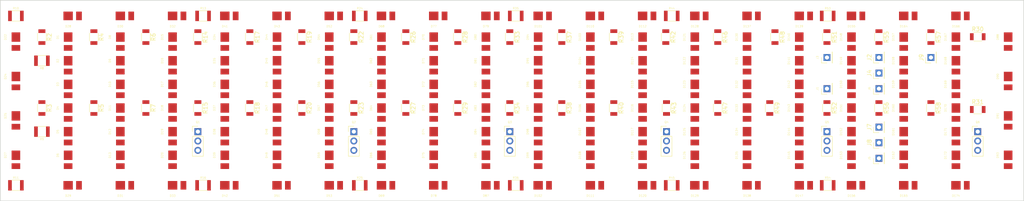
<source format=kicad_pcb>
(kicad_pcb (version 20171130) (host pcbnew 5.1.3-ffb9f22~84~ubuntu18.04.1)
  (layers (0 F.Cu signal) (31 B.Cu signal) (34 B.Paste user) (35 F.Paste user) (36 B.SilkS user) (37 F.SilkS user) (38 B.Mask user) (39 F.Mask user) (44 Edge.Cuts user))
  (net 0 "")
  (net 1 "Net-(D1-Pad1)")
  (net 2 "Net-(D1-Pad2)")
  (net 3 "Net-(D10-Pad1)")
  (net 4 GND)
  (net 5 12V)
  (net 6 "Net-(J2-Pad1)")
  (net 7 "Net-(D22-Pad1)")
  (net 8 "Net-(D22-Pad2)")
  (net 9 "Net-(D25-Pad1)")
  (net 10 "Net-(D25-Pad2)")
  (net 11 "Net-(D28-Pad1)")
  (net 12 "Net-(D28-Pad2)")
  (net 13 "Net-(D29-Pad1)")
  (net 14 "Net-(D29-Pad2)")
  (net 15 "Net-(D30-Pad1)")
  (net 16 "Net-(D31-Pad1)")
  (net 17 "Net-(D36-Pad1)")
  (net 18 "Net-(D41-Pad1)")
  (net 19 "Net-(D41-Pad2)")
  (net 20 "Net-(D42-Pad1)")
  (net 21 "Net-(D42-Pad2)")
  (net 22 "Net-(D43-Pad1)")
  (net 23 "Net-(D51-Pad1)")
  (net 24 "Net-(D63-Pad1)")
  (net 25 "Net-(D68-Pad1)")
  (net 26 "Net-(D68-Pad2)")
  (net 27 "Net-(D69-Pad1)")
  (net 28 "Net-(D69-Pad2)")
  (net 29 "Net-(D77-Pad1)")
  (net 30 "Net-(D78-Pad1)")
  (net 31 "Net-(D88-Pad1)")
  (net 32 "Net-(D88-Pad2)")
  (net 33 "Net-(D91-Pad1)")
  (net 34 "Net-(D91-Pad2)")
  (net 35 "Net-(J4-Pad1)")
  (net 36 "Net-(J5-Pad1)")
  (net 37 "Net-(D105-Pad1)")
  (net 38 "Net-(D101-Pad1)")
  (net 39 "Net-(D101-Pad2)")
  (net 40 "Net-(D102-Pad1)")
  (net 41 "Net-(D102-Pad2)")
  (net 42 "Net-(D110-Pad1)")
  (net 43 "Net-(D111-Pad1)")
  (net 44 "Net-(D123-Pad1)")
  (net 45 "Net-(D128-Pad1)")
  (net 46 "Net-(D128-Pad2)")
  (net 47 "Net-(D129-Pad1)")
  (net 48 "Net-(D129-Pad2)")
  (net 49 "Net-(D137-Pad1)")
  (net 50 "Net-(D138-Pad1)")
  (net 51 "Net-(D150-Pad1)")
  (net 52 "Net-(D155-Pad1)")
  (net 53 "Net-(D155-Pad2)")
  (net 54 "Net-(D156-Pad1)")
  (net 55 "Net-(D156-Pad2)")
  (net 56 "Net-(D164-Pad1)")
  (net 57 "Net-(D165-Pad1)")
  (net 58 "Net-(J6-Pad1)")
  (net 59 "Net-(J7-Pad1)")
  (net 60 "Net-(J8-Pad1)")
  (net 61 "Net-(D2-Pad1)")
  (net 62 "Net-(D4-Pad2)")
  (net 63 "Net-(D4-Pad1)")
  (net 64 "Net-(D5-Pad1)")
  (net 65 "Net-(D8-Pad2)")
  (net 66 "Net-(D8-Pad1)")
  (net 67 "Net-(D10-Pad2)")
  (net 68 "Net-(D11-Pad2)")
  (net 69 "Net-(D11-Pad1)")
  (net 70 "Net-(D12-Pad1)")
  (net 71 "Net-(D15-Pad2)")
  (net 72 "Net-(D15-Pad1)")
  (net 73 "Net-(D16-Pad1)")
  (net 74 "Net-(D18-Pad2)")
  (net 75 "Net-(D18-Pad1)")
  (net 76 "Net-(D19-Pad1)")
  (net 77 "Net-(D34-Pad2)")
  (net 78 "Net-(D34-Pad1)")
  (net 79 "Net-(D35-Pad1)")
  (net 80 "Net-(D37-Pad2)")
  (net 81 "Net-(D37-Pad1)")
  (net 82 "Net-(D38-Pad1)")
  (net 83 "Net-(D44-Pad2)")
  (net 84 "Net-(D44-Pad1)")
  (net 85 "Net-(D45-Pad1)")
  (net 86 "Net-(D47-Pad2)")
  (net 87 "Net-(D47-Pad1)")
  (net 88 "Net-(D48-Pad1)")
  (net 89 "Net-(D54-Pad2)")
  (net 90 "Net-(D54-Pad1)")
  (net 91 "Net-(D55-Pad1)")
  (net 92 "Net-(D57-Pad2)")
  (net 93 "Net-(D57-Pad1)")
  (net 94 "Net-(D58-Pad1)")
  (net 95 "Net-(D61-Pad2)")
  (net 96 "Net-(D61-Pad1)")
  (net 97 "Net-(D62-Pad1)")
  (net 98 "Net-(D64-Pad2)")
  (net 99 "Net-(D64-Pad1)")
  (net 100 "Net-(D65-Pad1)")
  (net 101 "Net-(D70-Pad2)")
  (net 102 "Net-(D70-Pad1)")
  (net 103 "Net-(D71-Pad1)")
  (net 104 "Net-(D73-Pad2)")
  (net 105 "Net-(D73-Pad1)")
  (net 106 "Net-(D74-Pad1)")
  (net 107 "Net-(D80-Pad2)")
  (net 108 "Net-(D80-Pad1)")
  (net 109 "Net-(D81-Pad1)")
  (net 110 "Net-(D83-Pad2)")
  (net 111 "Net-(D83-Pad1)")
  (net 112 "Net-(D84-Pad1)")
  (net 113 "Net-(D94-Pad2)")
  (net 114 "Net-(D94-Pad1)")
  (net 115 "Net-(D95-Pad1)")
  (net 116 "Net-(D97-Pad2)")
  (net 117 "Net-(D97-Pad1)")
  (net 118 "Net-(D98-Pad1)")
  (net 119 "Net-(D103-Pad2)")
  (net 120 "Net-(D103-Pad1)")
  (net 121 "Net-(D104-Pad1)")
  (net 122 "Net-(D106-Pad2)")
  (net 123 "Net-(D106-Pad1)")
  (net 124 "Net-(D107-Pad1)")
  (net 125 "Net-(D113-Pad2)")
  (net 126 "Net-(D113-Pad1)")
  (net 127 "Net-(D114-Pad1)")
  (net 128 "Net-(D116-Pad2)")
  (net 129 "Net-(D116-Pad1)")
  (net 130 "Net-(D117-Pad1)")
  (net 131 "Net-(D121-Pad2)")
  (net 132 "Net-(D121-Pad1)")
  (net 133 "Net-(D122-Pad1)")
  (net 134 "Net-(D124-Pad2)")
  (net 135 "Net-(D124-Pad1)")
  (net 136 "Net-(D125-Pad1)")
  (net 137 "Net-(D130-Pad2)")
  (net 138 "Net-(D130-Pad1)")
  (net 139 "Net-(D131-Pad1)")
  (net 140 "Net-(D133-Pad2)")
  (net 141 "Net-(D133-Pad1)")
  (net 142 "Net-(D134-Pad1)")
  (net 143 "Net-(D140-Pad2)")
  (net 144 "Net-(D140-Pad1)")
  (net 145 "Net-(D141-Pad1)")
  (net 146 "Net-(D143-Pad2)")
  (net 147 "Net-(D143-Pad1)")
  (net 148 "Net-(D144-Pad1)")
  (net 149 "Net-(D148-Pad2)")
  (net 150 "Net-(D148-Pad1)")
  (net 151 "Net-(D149-Pad1)")
  (net 152 "Net-(D151-Pad2)")
  (net 153 "Net-(D151-Pad1)")
  (net 154 "Net-(D152-Pad1)")
  (net 155 "Net-(D157-Pad2)")
  (net 156 "Net-(D157-Pad1)")
  (net 157 "Net-(D158-Pad1)")
  (net 158 "Net-(D160-Pad2)")
  (net 159 "Net-(D160-Pad1)")
  (net 160 "Net-(D161-Pad1)")
  (net 161 "Net-(D167-Pad2)")
  (net 162 "Net-(D167-Pad1)")
  (net 163 "Net-(D168-Pad1)")
  (net 164 "Net-(D170-Pad1)")
  (net 165 "Net-(D170-Pad2)")
  (net 166 "Net-(D171-Pad1)")
  (net 167 Brake)
  (module Resistors_SMD:R_1206 (layer F.Cu) (at 241.3 107.588 270)
    (fp_text reference R58 (at 0 -1.85 90) (layer F.SilkS))
    (fp_text value 145)
    (pad 1 smd rect (at -1.45 0 270) (size 0.9 1.7) (layers F.Cu F.Paste F.Mask) (net 5 12V))
    (pad 2 smd rect (at 1.45 0 270) (size 0.9 1.7) (layers F.Cu F.Paste F.Mask) (net 165 "Net-(D170-Pad2)"))
  )
  (module Resistors_SMD:R_1206 (layer F.Cu) (at 241.3 90.2625 270)
    (fp_text reference R57 (at 0 -1.85 90) (layer F.SilkS))
    (fp_text value 145)
    (pad 1 smd rect (at -1.45 0 270) (size 0.9 1.7) (layers F.Cu F.Paste F.Mask) (net 5 12V))
    (pad 2 smd rect (at 1.45 0 270) (size 0.9 1.7) (layers F.Cu F.Paste F.Mask) (net 161 "Net-(D167-Pad2)"))
  )
  (module Resistors_SMD:R_1206 (layer F.Cu) (at 228.6 107.588 270)
    (fp_text reference R56 (at 0 -1.85 90) (layer F.SilkS))
    (fp_text value 145)
    (pad 1 smd rect (at -1.45 0 270) (size 0.9 1.7) (layers F.Cu F.Paste F.Mask) (net 5 12V))
    (pad 2 smd rect (at 1.45 0 270) (size 0.9 1.7) (layers F.Cu F.Paste F.Mask) (net 158 "Net-(D160-Pad2)"))
  )
  (module Resistors_SMD:R_1206 (layer F.Cu) (at 228.6 90.2625 270)
    (fp_text reference R55 (at 0 -1.85 90) (layer F.SilkS))
    (fp_text value 145)
    (pad 1 smd rect (at -1.45 0 270) (size 0.9 1.7) (layers F.Cu F.Paste F.Mask) (net 5 12V))
    (pad 2 smd rect (at 1.45 0 270) (size 0.9 1.7) (layers F.Cu F.Paste F.Mask) (net 155 "Net-(D157-Pad2)"))
  )
  (module Resistors_SMD:R_1206 (layer F.Cu) (at 215.9 107.588 270)
    (fp_text reference R52 (at 0 -1.85 90) (layer F.SilkS))
    (fp_text value 145)
    (pad 1 smd rect (at -1.45 0 270) (size 0.9 1.7) (layers F.Cu F.Paste F.Mask) (net 5 12V))
    (pad 2 smd rect (at 1.45 0 270) (size 0.9 1.7) (layers F.Cu F.Paste F.Mask) (net 152 "Net-(D151-Pad2)"))
  )
  (module Resistors_SMD:R_1206 (layer F.Cu) (at 215.9 90.2625 270)
    (fp_text reference R51 (at 0 -1.85 90) (layer F.SilkS))
    (fp_text value 145)
    (pad 1 smd rect (at -1.45 0 270) (size 0.9 1.7) (layers F.Cu F.Paste F.Mask) (net 5 12V))
    (pad 2 smd rect (at 1.45 0 270) (size 0.9 1.7) (layers F.Cu F.Paste F.Mask) (net 149 "Net-(D148-Pad2)"))
  )
  (module Resistors_SMD:R_1206 (layer F.Cu) (at 201.93 107.588 270)
    (fp_text reference R49 (at 0 -1.85 90) (layer F.SilkS))
    (fp_text value 145)
    (pad 1 smd rect (at -1.45 0 270) (size 0.9 1.7) (layers F.Cu F.Paste F.Mask) (net 5 12V))
    (pad 2 smd rect (at 1.45 0 270) (size 0.9 1.7) (layers F.Cu F.Paste F.Mask) (net 146 "Net-(D143-Pad2)"))
  )
  (module Resistors_SMD:R_1206 (layer F.Cu) (at 203.2 90.2625 270)
    (fp_text reference R48 (at 0 -1.85 90) (layer F.SilkS))
    (fp_text value 145)
    (pad 1 smd rect (at -1.45 0 270) (size 0.9 1.7) (layers F.Cu F.Paste F.Mask) (net 5 12V))
    (pad 2 smd rect (at 1.45 0 270) (size 0.9 1.7) (layers F.Cu F.Paste F.Mask) (net 143 "Net-(D140-Pad2)"))
  )
  (module Resistors_SMD:R_1206 (layer F.Cu) (at 189.23 107.588 270)
    (fp_text reference R47 (at 0 -1.85 90) (layer F.SilkS))
    (fp_text value 145)
    (pad 1 smd rect (at -1.45 0 270) (size 0.9 1.7) (layers F.Cu F.Paste F.Mask) (net 5 12V))
    (pad 2 smd rect (at 1.45 0 270) (size 0.9 1.7) (layers F.Cu F.Paste F.Mask) (net 140 "Net-(D133-Pad2)"))
  )
  (module Resistors_SMD:R_1206 (layer F.Cu) (at 189.23 90.2625 270)
    (fp_text reference R46 (at 0 -1.85 90) (layer F.SilkS))
    (fp_text value 145)
    (pad 1 smd rect (at -1.45 0 270) (size 0.9 1.7) (layers F.Cu F.Paste F.Mask) (net 5 12V))
    (pad 2 smd rect (at 1.45 0 270) (size 0.9 1.7) (layers F.Cu F.Paste F.Mask) (net 137 "Net-(D130-Pad2)"))
  )
  (module Resistors_SMD:R_1206 (layer F.Cu) (at 176.71 107.588 270)
    (fp_text reference R43 (at 0 -1.85 90) (layer F.SilkS))
    (fp_text value 145)
    (pad 1 smd rect (at -1.45 0 270) (size 0.9 1.7) (layers F.Cu F.Paste F.Mask) (net 5 12V))
    (pad 2 smd rect (at 1.45 0 270) (size 0.9 1.7) (layers F.Cu F.Paste F.Mask) (net 134 "Net-(D124-Pad2)"))
  )
  (module Resistors_SMD:R_1206 (layer F.Cu) (at 176.53 90.2625 270)
    (fp_text reference R42 (at 0 -1.85 90) (layer F.SilkS))
    (fp_text value 145)
    (pad 1 smd rect (at -1.45 0 270) (size 0.9 1.7) (layers F.Cu F.Paste F.Mask) (net 5 12V))
    (pad 2 smd rect (at 1.45 0 270) (size 0.9 1.7) (layers F.Cu F.Paste F.Mask) (net 131 "Net-(D121-Pad2)"))
  )
  (module Resistors_SMD:R_1206 (layer F.Cu) (at 163.83 107.588 270)
    (fp_text reference R40 (at 0 -1.85 90) (layer F.SilkS))
    (fp_text value 145)
    (pad 1 smd rect (at -1.45 0 270) (size 0.9 1.7) (layers F.Cu F.Paste F.Mask) (net 5 12V))
    (pad 2 smd rect (at 1.45 0 270) (size 0.9 1.7) (layers F.Cu F.Paste F.Mask) (net 128 "Net-(D116-Pad2)"))
  )
  (module Resistors_SMD:R_1206 (layer F.Cu) (at 163.83 90.2625 270)
    (fp_text reference R39 (at 0 -1.85 90) (layer F.SilkS))
    (fp_text value 145)
    (pad 2 smd rect (at 1.45 0 270) (size 0.9 1.7) (layers F.Cu F.Paste F.Mask) (net 125 "Net-(D113-Pad2)"))
    (pad 1 smd rect (at -1.45 0 270) (size 0.9 1.7) (layers F.Cu F.Paste F.Mask) (net 5 12V))
  )
  (module Resistors_SMD:R_1206 (layer F.Cu) (at 151.13 107.588 270)
    (fp_text reference R38 (at 0 -1.85 90) (layer F.SilkS))
    (fp_text value 145)
    (pad 1 smd rect (at -1.45 0 270) (size 0.9 1.7) (layers F.Cu F.Paste F.Mask) (net 5 12V))
    (pad 2 smd rect (at 1.45 0 270) (size 0.9 1.7) (layers F.Cu F.Paste F.Mask) (net 122 "Net-(D106-Pad2)"))
  )
  (module Resistors_SMD:R_1206 (layer F.Cu) (at 151.13 90.2625 270)
    (fp_text reference R37 (at 0 -1.85 90) (layer F.SilkS))
    (fp_text value 145)
    (pad 1 smd rect (at -1.45 0 270) (size 0.9 1.7) (layers F.Cu F.Paste F.Mask) (net 5 12V))
    (pad 2 smd rect (at 1.45 0 270) (size 0.9 1.7) (layers F.Cu F.Paste F.Mask) (net 119 "Net-(D103-Pad2)"))
  )
  (module Resistors_SMD:R_1206 (layer F.Cu) (at 138.43 107.588 270)
    (fp_text reference R34 (at 0 -1.85 90) (layer F.SilkS))
    (fp_text value 145)
    (pad 1 smd rect (at -1.45 0 270) (size 0.9 1.7) (layers F.Cu F.Paste F.Mask) (net 5 12V))
    (pad 2 smd rect (at 1.45 0 270) (size 0.9 1.7) (layers F.Cu F.Paste F.Mask) (net 116 "Net-(D97-Pad2)"))
  )
  (module Resistors_SMD:R_1206 (layer F.Cu) (at 138.43 90.2625 270)
    (fp_text reference R33 (at 0 -1.85 90) (layer F.SilkS))
    (fp_text value 145)
    (pad 1 smd rect (at -1.45 0 270) (size 0.9 1.7) (layers F.Cu F.Paste F.Mask) (net 5 12V))
    (pad 2 smd rect (at 1.45 0 270) (size 0.9 1.7) (layers F.Cu F.Paste F.Mask) (net 113 "Net-(D94-Pad2)"))
  )
  (module Resistors_SMD:R_1206 (layer F.Cu) (at 252.73 107.95)
    (fp_text reference R31 (at 0 -1.85) (layer F.SilkS))
    (fp_text value R)
    (pad 1 smd rect (at -1.45 0) (size 0.9 1.7) (layers F.Cu F.Paste F.Mask) (net 167 Brake))
    (pad 2 smd rect (at 1.45 0) (size 0.9 1.7) (layers F.Cu F.Paste F.Mask) (net 34 "Net-(D91-Pad2)"))
  )
  (module Resistors_SMD:R_1206 (layer F.Cu) (at 252.73 90.17)
    (fp_text reference R30 (at 0 -1.85) (layer F.SilkS))
    (fp_text value R)
    (pad 1 smd rect (at -1.45 0) (size 0.9 1.7) (layers F.Cu F.Paste F.Mask) (net 167 Brake))
    (pad 2 smd rect (at 1.45 0) (size 0.9 1.7) (layers F.Cu F.Paste F.Mask) (net 32 "Net-(D88-Pad2)"))
  )
  (module Resistors_SMD:R_1206 (layer F.Cu) (at 125.73 107.588 270)
    (fp_text reference R29 (at 0 -1.85 90) (layer F.SilkS))
    (fp_text value 145)
    (pad 1 smd rect (at -1.45 0 270) (size 0.9 1.7) (layers F.Cu F.Paste F.Mask) (net 5 12V))
    (pad 2 smd rect (at 1.45 0 270) (size 0.9 1.7) (layers F.Cu F.Paste F.Mask) (net 110 "Net-(D83-Pad2)"))
  )
  (module Resistors_SMD:R_1206 (layer F.Cu) (at 125.73 90.2625 270)
    (fp_text reference R28 (at 0 -1.85 90) (layer F.SilkS))
    (fp_text value 145)
    (pad 1 smd rect (at -1.45 0 270) (size 0.9 1.7) (layers F.Cu F.Paste F.Mask) (net 5 12V))
    (pad 2 smd rect (at 1.45 0 270) (size 0.9 1.7) (layers F.Cu F.Paste F.Mask) (net 107 "Net-(D80-Pad2)"))
  )
  (module Resistors_SMD:R_1206 (layer F.Cu) (at 113.03 107.588 270)
    (fp_text reference R27 (at 0 -1.85 90) (layer F.SilkS))
    (fp_text value 145)
    (pad 1 smd rect (at -1.45 0 270) (size 0.9 1.7) (layers F.Cu F.Paste F.Mask) (net 5 12V))
    (pad 2 smd rect (at 1.45 0 270) (size 0.9 1.7) (layers F.Cu F.Paste F.Mask) (net 104 "Net-(D73-Pad2)"))
  )
  (module Resistors_SMD:R_1206 (layer F.Cu) (at 113.03 90.2625 270)
    (fp_text reference R26 (at 0 -1.85 90) (layer F.SilkS))
    (fp_text value 145)
    (pad 1 smd rect (at -1.45 0 270) (size 0.9 1.7) (layers F.Cu F.Paste F.Mask) (net 5 12V))
    (pad 2 smd rect (at 1.45 0 270) (size 0.9 1.7) (layers F.Cu F.Paste F.Mask) (net 101 "Net-(D70-Pad2)"))
  )
  (module Resistors_SMD:R_1206 (layer F.Cu) (at 100.33 107.588 270)
    (fp_text reference R23 (at 0 -1.85 90) (layer F.SilkS))
    (fp_text value 145)
    (pad 1 smd rect (at -1.45 0 270) (size 0.9 1.7) (layers F.Cu F.Paste F.Mask) (net 5 12V))
    (pad 2 smd rect (at 1.45 0 270) (size 0.9 1.7) (layers F.Cu F.Paste F.Mask) (net 98 "Net-(D64-Pad2)"))
  )
  (module Resistors_SMD:R_1206 (layer F.Cu) (at 100.33 90.2625 270)
    (fp_text reference R22 (at 0 -1.85 90) (layer F.SilkS))
    (fp_text value 145)
    (pad 1 smd rect (at -1.45 0 270) (size 0.9 1.7) (layers F.Cu F.Paste F.Mask) (net 5 12V))
    (pad 2 smd rect (at 1.45 0 270) (size 0.9 1.7) (layers F.Cu F.Paste F.Mask) (net 95 "Net-(D61-Pad2)"))
  )
  (module Resistors_SMD:R_1206 (layer F.Cu) (at 87.63 107.588 270)
    (fp_text reference R20 (at 0 -1.85 90) (layer F.SilkS))
    (fp_text value 145)
    (pad 1 smd rect (at -1.45 0 270) (size 0.9 1.7) (layers F.Cu F.Paste F.Mask) (net 5 12V))
    (pad 2 smd rect (at 1.45 0 270) (size 0.9 1.7) (layers F.Cu F.Paste F.Mask) (net 92 "Net-(D57-Pad2)"))
  )
  (module Resistors_SMD:R_1206 (layer F.Cu) (at 87.63 90.2625 270)
    (fp_text reference R19 (at 0 -1.85 90) (layer F.SilkS))
    (fp_text value 145)
    (pad 1 smd rect (at -1.45 0 270) (size 0.9 1.7) (layers F.Cu F.Paste F.Mask) (net 5 12V))
    (pad 2 smd rect (at 1.45 0 270) (size 0.9 1.7) (layers F.Cu F.Paste F.Mask) (net 89 "Net-(D54-Pad2)"))
  )
  (module Resistors_SMD:R_1206 (layer F.Cu) (at 74.93 107.588 270)
    (fp_text reference R18 (at 0 -1.85 90) (layer F.SilkS))
    (fp_text value 145)
    (pad 1 smd rect (at -1.45 0 270) (size 0.9 1.7) (layers F.Cu F.Paste F.Mask) (net 5 12V))
    (pad 2 smd rect (at 1.45 0 270) (size 0.9 1.7) (layers F.Cu F.Paste F.Mask) (net 86 "Net-(D47-Pad2)"))
  )
  (module Resistors_SMD:R_1206 (layer F.Cu) (at 74.93 90.2625 270)
    (fp_text reference R17 (at 0 -1.85 90) (layer F.SilkS))
    (fp_text value 145)
    (pad 1 smd rect (at -1.45 0 270) (size 0.9 1.7) (layers F.Cu F.Paste F.Mask) (net 5 12V))
    (pad 2 smd rect (at 1.45 0 270) (size 0.9 1.7) (layers F.Cu F.Paste F.Mask) (net 83 "Net-(D44-Pad2)"))
  )
  (module Resistors_SMD:R_1206 (layer F.Cu) (at 62.23 107.588 270)
    (fp_text reference R15 (at 0 -1.85 90) (layer F.SilkS))
    (fp_text value 145)
    (pad 1 smd rect (at -1.45 0 270) (size 0.9 1.7) (layers F.Cu F.Paste F.Mask) (net 5 12V))
    (pad 2 smd rect (at 1.45 0 270) (size 0.9 1.7) (layers F.Cu F.Paste F.Mask) (net 80 "Net-(D37-Pad2)"))
  )
  (module Resistors_SMD:R_1206 (layer F.Cu) (at 62.23 90.2625 270)
    (fp_text reference R14 (at 0 -1.85 90) (layer F.SilkS))
    (fp_text value 145)
    (pad 1 smd rect (at -1.45 0 270) (size 0.9 1.7) (layers F.Cu F.Paste F.Mask) (net 5 12V))
    (pad 2 smd rect (at 1.45 0 270) (size 0.9 1.7) (layers F.Cu F.Paste F.Mask) (net 77 "Net-(D34-Pad2)"))
  )
  (module Resistors_SMD:R_1206 (layer F.Cu) (at 49.53 107.588 270)
    (fp_text reference R7 (at 0 -1.85 90) (layer F.SilkS))
    (fp_text value 145)
    (pad 1 smd rect (at -1.45 0 270) (size 0.9 1.7) (layers F.Cu F.Paste F.Mask) (net 5 12V))
    (pad 2 smd rect (at 1.45 0 270) (size 0.9 1.7) (layers F.Cu F.Paste F.Mask) (net 74 "Net-(D18-Pad2)"))
  )
  (module Resistors_SMD:R_1206 (layer F.Cu) (at 49.53 90.2625 270)
    (fp_text reference R6 (at 0 -1.85 90) (layer F.SilkS))
    (fp_text value 145)
    (pad 1 smd rect (at -1.45 0 270) (size 0.9 1.7) (layers F.Cu F.Paste F.Mask) (net 5 12V))
    (pad 2 smd rect (at 1.45 0 270) (size 0.9 1.7) (layers F.Cu F.Paste F.Mask) (net 71 "Net-(D15-Pad2)"))
  )
  (module Resistors_SMD:R_1206 (layer F.Cu) (at 36.83 107.588 270)
    (fp_text reference R5 (at 0 -1.85 90) (layer F.SilkS))
    (fp_text value 145)
    (pad 1 smd rect (at -1.45 0 270) (size 0.9 1.7) (layers F.Cu F.Paste F.Mask) (net 5 12V))
    (pad 2 smd rect (at 1.45 0 270) (size 0.9 1.7) (layers F.Cu F.Paste F.Mask) (net 68 "Net-(D11-Pad2)"))
  )
  (module Resistors_SMD:R_1206 (layer F.Cu) (at 36.83 90.2625 270)
    (fp_text reference R4 (at 0 -1.85 90) (layer F.SilkS))
    (fp_text value 145)
    (pad 1 smd rect (at -1.45 0 270) (size 0.9 1.7) (layers F.Cu F.Paste F.Mask) (net 5 12V))
    (pad 2 smd rect (at 1.45 0 270) (size 0.9 1.7) (layers F.Cu F.Paste F.Mask) (net 65 "Net-(D8-Pad2)"))
  )
  (module Resistors_SMD:R_1206 (layer F.Cu) (at 24.13 107.588 270)
    (fp_text reference R3 (at 0 -1.85 90) (layer F.SilkS))
    (fp_text value 145)
    (pad 1 smd rect (at -1.45 0 270) (size 0.9 1.7) (layers F.Cu F.Paste F.Mask) (net 5 12V))
    (pad 2 smd rect (at 1.45 0 270) (size 0.9 1.7) (layers F.Cu F.Paste F.Mask) (net 62 "Net-(D4-Pad2)"))
  )
  (module Resistors_SMD:R_1206 (layer F.Cu) (at 24.13 90.2625 270)
    (fp_text reference R2 (at 0 -1.85 90) (layer F.SilkS))
    (fp_text value 145)
    (pad 1 smd rect (at -1.45 0 270) (size 0.9 1.7) (layers F.Cu F.Paste F.Mask) (net 5 12V))
    (pad 2 smd rect (at 1.45 0 270) (size 0.9 1.7) (layers F.Cu F.Paste F.Mask) (net 2 "Net-(D1-Pad2)"))
  )
  (module Socket_Strips:Socket_Strip_Straight_1x01_Pitch2.54mm (layer F.Cu) (at 241.3 95.25 90)
    (fp_text reference J9 (at 0 -2.33 90) (layer F.SilkS))
    (fp_text value brake)
    (pad 1 thru_hole rect (at 0 0 90) (size 1.7 1.7) (drill 1) (layers *.Cu *.Mask) (net 167 Brake))
  )
  (module Socket_Strips:Socket_Strip_Straight_1x01_Pitch2.54mm (layer F.Cu) (at 228.6 116.07 90)
    (fp_text reference J8 (at 0 -2.33 90) (layer F.SilkS))
    (fp_text value A1)
    (pad 1 thru_hole rect (at 0 0 90) (size 1.7 1.7) (drill 1) (layers *.Cu *.Mask) (net 60 "Net-(J8-Pad1)"))
  )
  (module Socket_Strips:Socket_Strip_Straight_1x01_Pitch2.54mm (layer F.Cu) (at 228.6 112.26 90)
    (fp_text reference J7 (at 0 -2.33 90) (layer F.SilkS))
    (fp_text value A1)
    (pad 1 thru_hole rect (at 0 0 90) (size 1.7 1.7) (drill 1) (layers *.Cu *.Mask) (net 59 "Net-(J7-Pad1)"))
  )
  (module Socket_Strips:Socket_Strip_Straight_1x01_Pitch2.54mm (layer F.Cu) (at 228.6 99.06 90)
    (fp_text reference J4 (at 0 -2.33 90) (layer F.SilkS))
    (fp_text value A1)
    (pad 1 thru_hole rect (at 0 0 90) (size 1.7 1.7) (drill 1) (layers *.Cu *.Mask) (net 35 "Net-(J4-Pad1)"))
  )
  (module Socket_Strips:Socket_Strip_Straight_1x01_Pitch2.54mm (layer F.Cu) (at 228.6 95.25 90)
    (fp_text reference J2 (at 0 -2.33 90) (layer F.SilkS))
    (fp_text value A1)
    (pad 1 thru_hole rect (at 0 0 90) (size 1.7 1.7) (drill 1) (layers *.Cu *.Mask) (net 6 "Net-(J2-Pad1)"))
  )
  (module AlteredFootprints:CUSTOM_Socket_Strip_Straight_1x03_Pitch0.09in (layer F.Cu) (at 62.23 113.362)
    (fp_text reference Q1 (at 0 -2.33) (layer F.SilkS) (effects (font (size 0.5 0.5) (thickness 0.0625))))
    (fp_text value Q_NMOS_DGS)
    (pad 1 thru_hole rect (at 0 0) (size 1.7 1.7) (drill 1) (layers *.Cu *.Mask) (net 4 GND))
    (pad 2 thru_hole oval (at 0 2.286) (size 1.7 1.7) (drill 1) (layers *.Cu *.Mask) (net 6 "Net-(J2-Pad1)"))
    (pad 3 thru_hole oval (at 0 4.572) (size 1.7 1.7) (drill 1) (layers *.Cu *.Mask) (net 3 "Net-(D10-Pad1)"))
  )
  (module Footprints:R_1206_EDIT (layer F.Cu) (at 24.13 96.0375 180)
    (fp_text reference R8 (at 0 -1.85 180) (layer F.SilkS) (effects (font (size 0.5 0.5) (thickness 0.0625))))
    (fp_text value R)
    (pad 2 smd rect (at 1.45 0 180) (size 0.9 2.54) (layers F.Cu F.Paste F.Mask) (net 8 "Net-(D22-Pad2)"))
    (pad 1 smd rect (at -1.45 0 180) (size 0.9 2.54) (layers F.Cu F.Paste F.Mask) (net 167 Brake))
  )
  (module Footprints:R_1206_EDIT (layer F.Cu) (at 24.13 113.362 180)
    (fp_text reference R9 (at 0 -1.85 180) (layer F.SilkS) (effects (font (size 0.5 0.5) (thickness 0.0625))))
    (fp_text value R)
    (pad 2 smd rect (at 1.45 0 180) (size 0.9 2.54) (layers F.Cu F.Paste F.Mask) (net 10 "Net-(D25-Pad2)"))
    (pad 1 smd rect (at -1.45 0 180) (size 0.9 2.54) (layers F.Cu F.Paste F.Mask) (net 167 Brake))
  )
  (module Footprints:R_1206_EDIT (layer F.Cu) (at 17.78 85.09)
    (fp_text reference R10 (at 0 -1.85) (layer F.SilkS) (effects (font (size 0.5 0.5) (thickness 0.0625))))
    (fp_text value R)
    (pad 2 smd rect (at 1.45 0) (size 0.9 2.54) (layers F.Cu F.Paste F.Mask) (net 12 "Net-(D28-Pad2)"))
    (pad 1 smd rect (at -1.45 0) (size 0.9 2.54) (layers F.Cu F.Paste F.Mask) (net 167 Brake))
  )
  (module Footprints:R_1206_EDIT (layer F.Cu) (at 17.78 126.47)
    (fp_text reference R11 (at 0 -1.85) (layer F.SilkS) (effects (font (size 0.5 0.5) (thickness 0.0625))))
    (fp_text value R)
    (pad 2 smd rect (at 1.45 0) (size 0.9 2.54) (layers F.Cu F.Paste F.Mask) (net 14 "Net-(D29-Pad2)"))
    (pad 1 smd rect (at -1.45 0) (size 0.9 2.54) (layers F.Cu F.Paste F.Mask) (net 167 Brake))
  )
  (module Footprints:R_1206_EDIT (layer F.Cu) (at 63.5 85.09)
    (fp_text reference R13 (at 0 -1.85) (layer F.SilkS) (effects (font (size 0.5 0.5) (thickness 0.0625))))
    (fp_text value R)
    (pad 2 smd rect (at 1.45 0) (size 0.9 2.54) (layers F.Cu F.Paste F.Mask) (net 19 "Net-(D41-Pad2)"))
    (pad 1 smd rect (at -1.45 0) (size 0.9 2.54) (layers F.Cu F.Paste F.Mask) (net 167 Brake))
  )
  (module Footprints:R_1206_EDIT (layer F.Cu) (at 63.5 126.47)
    (fp_text reference R16 (at 0 -1.85) (layer F.SilkS) (effects (font (size 0.5 0.5) (thickness 0.0625))))
    (fp_text value R)
    (pad 2 smd rect (at 1.45 0) (size 0.9 2.54) (layers F.Cu F.Paste F.Mask) (net 21 "Net-(D42-Pad2)"))
    (pad 1 smd rect (at -1.45 0) (size 0.9 2.54) (layers F.Cu F.Paste F.Mask) (net 167 Brake))
  )
  (module Footprints:R_1206_EDIT (layer F.Cu) (at 101.78 85.09)
    (fp_text reference R24 (at 0 -1.85) (layer F.SilkS) (effects (font (size 0.5 0.5) (thickness 0.0625))))
    (fp_text value R)
    (pad 2 smd rect (at 1.45 0) (size 0.9 2.54) (layers F.Cu F.Paste F.Mask) (net 26 "Net-(D68-Pad2)"))
    (pad 1 smd rect (at -1.45 0) (size 0.9 2.54) (layers F.Cu F.Paste F.Mask) (net 167 Brake))
  )
  (module Footprints:R_1206_EDIT (layer F.Cu) (at 101.78 126.47)
    (fp_text reference R25 (at 0 -1.85) (layer F.SilkS) (effects (font (size 0.5 0.5) (thickness 0.0625))))
    (fp_text value R)
    (pad 2 smd rect (at 1.45 0) (size 0.9 2.54) (layers F.Cu F.Paste F.Mask) (net 28 "Net-(D69-Pad2)"))
    (pad 1 smd rect (at -1.45 0) (size 0.9 2.54) (layers F.Cu F.Paste F.Mask) (net 167 Brake))
  )
  (module Footprints:R_1206_EDIT (layer F.Cu) (at 139.88 85.09)
    (fp_text reference R35 (at 0 -1.85) (layer F.SilkS) (effects (font (size 0.5 0.5) (thickness 0.0625))))
    (fp_text value R)
    (pad 2 smd rect (at 1.45 0) (size 0.9 2.54) (layers F.Cu F.Paste F.Mask) (net 39 "Net-(D101-Pad2)"))
    (pad 1 smd rect (at -1.45 0) (size 0.9 2.54) (layers F.Cu F.Paste F.Mask) (net 167 Brake))
  )
  (module Footprints:R_1206_EDIT (layer F.Cu) (at 139.88 126.47)
    (fp_text reference R36 (at 0 -1.85) (layer F.SilkS) (effects (font (size 0.5 0.5) (thickness 0.0625))))
    (fp_text value R)
    (pad 2 smd rect (at 1.45 0) (size 0.9 2.54) (layers F.Cu F.Paste F.Mask) (net 41 "Net-(D102-Pad2)"))
    (pad 1 smd rect (at -1.45 0) (size 0.9 2.54) (layers F.Cu F.Paste F.Mask) (net 167 Brake))
  )
  (module Footprints:R_1206_EDIT (layer F.Cu) (at 177.98 85.09)
    (fp_text reference R44 (at 0 -1.85) (layer F.SilkS) (effects (font (size 0.5 0.5) (thickness 0.0625))))
    (fp_text value R)
    (pad 2 smd rect (at 1.45 0) (size 0.9 2.54) (layers F.Cu F.Paste F.Mask) (net 46 "Net-(D128-Pad2)"))
    (pad 1 smd rect (at -1.45 0) (size 0.9 2.54) (layers F.Cu F.Paste F.Mask) (net 167 Brake))
  )
  (module Footprints:R_1206_EDIT (layer F.Cu) (at 177.98 126.47)
    (fp_text reference R45 (at 0 -1.85) (layer F.SilkS) (effects (font (size 0.5 0.5) (thickness 0.0625))))
    (fp_text value R)
    (pad 2 smd rect (at 1.45 0) (size 0.9 2.54) (layers F.Cu F.Paste F.Mask) (net 48 "Net-(D129-Pad2)"))
    (pad 1 smd rect (at -1.45 0) (size 0.9 2.54) (layers F.Cu F.Paste F.Mask) (net 167 Brake))
  )
  (module Footprints:R_1206_EDIT (layer F.Cu) (at 216.08 85.09)
    (fp_text reference R53 (at 0 -1.85) (layer F.SilkS) (effects (font (size 0.5 0.5) (thickness 0.0625))))
    (fp_text value R)
    (pad 2 smd rect (at 1.45 0) (size 0.9 2.54) (layers F.Cu F.Paste F.Mask) (net 53 "Net-(D155-Pad2)"))
    (pad 1 smd rect (at -1.45 0) (size 0.9 2.54) (layers F.Cu F.Paste F.Mask) (net 167 Brake))
  )
  (module Footprints:R_1206_EDIT (layer F.Cu) (at 216.08 126.47)
    (fp_text reference R54 (at 0 -1.85) (layer F.SilkS) (effects (font (size 0.5 0.5) (thickness 0.0625))))
    (fp_text value R)
    (pad 2 smd rect (at 1.45 0) (size 0.9 2.54) (layers F.Cu F.Paste F.Mask) (net 55 "Net-(D156-Pad2)"))
    (pad 1 smd rect (at -1.45 0) (size 0.9 2.54) (layers F.Cu F.Paste F.Mask) (net 167 Brake))
  )
  (module Footprints:D_2835 (layer F.Cu) (at 196.378 85.09)
    (fp_text reference D137 (at 0 2.54) (layer F.SilkS) (effects (font (size 0.5 0.5) (thickness 0.0625))))
    (fp_text value D)
    (pad 1 smd rect (at 0 0) (size 2.3 2.1) (layers F.Cu F.Paste F.Mask) (net 49 "Net-(D137-Pad1)"))
    (pad 2 smd rect (at 2.65 0) (size 1.4 2.1) (layers F.Cu F.Paste F.Mask) (net 45 "Net-(D128-Pad1)"))
  )
  (module Footprints:D_2835 (layer F.Cu) (at 17.78 90.2625 270)
    (fp_text reference D22 (at 0 2.54 270) (layer F.SilkS) (effects (font (size 0.5 0.5) (thickness 0.0625))))
    (fp_text value D)
    (pad 1 smd rect (at 0 0 270) (size 2.3 2.1) (layers F.Cu F.Paste F.Mask) (net 7 "Net-(D22-Pad1)"))
    (pad 2 smd rect (at 2.65 0 270) (size 1.4 2.1) (layers F.Cu F.Paste F.Mask) (net 8 "Net-(D22-Pad2)"))
  )
  (module Footprints:D_2835 (layer F.Cu) (at 17.78 99.8875 270)
    (fp_text reference D24 (at 0 2.54 270) (layer F.SilkS) (effects (font (size 0.5 0.5) (thickness 0.0625))))
    (fp_text value D)
    (pad 1 smd rect (at 0 0 270) (size 2.3 2.1) (layers F.Cu F.Paste F.Mask) (net 4 GND))
    (pad 2 smd rect (at 2.65 0 270) (size 1.4 2.1) (layers F.Cu F.Paste F.Mask) (net 7 "Net-(D22-Pad1)"))
  )
  (module Footprints:D_2835 (layer F.Cu) (at 17.78 109.512 270)
    (fp_text reference D25 (at 0 2.54 270) (layer F.SilkS) (effects (font (size 0.5 0.5) (thickness 0.0625))))
    (fp_text value D)
    (pad 1 smd rect (at 0 0 270) (size 2.3 2.1) (layers F.Cu F.Paste F.Mask) (net 9 "Net-(D25-Pad1)"))
    (pad 2 smd rect (at 2.65 0 270) (size 1.4 2.1) (layers F.Cu F.Paste F.Mask) (net 10 "Net-(D25-Pad2)"))
  )
  (module Footprints:D_2835 (layer F.Cu) (at 17.78 119.138 270)
    (fp_text reference D27 (at 0 2.54 270) (layer F.SilkS) (effects (font (size 0.5 0.5) (thickness 0.0625))))
    (fp_text value D)
    (pad 1 smd rect (at 0 0 270) (size 2.3 2.1) (layers F.Cu F.Paste F.Mask) (net 4 GND))
    (pad 2 smd rect (at 2.65 0 270) (size 1.4 2.1) (layers F.Cu F.Paste F.Mask) (net 9 "Net-(D25-Pad1)"))
  )
  (module Footprints:D_2835 (layer F.Cu) (at 30.537 85.09)
    (fp_text reference D28 (at 0 2.54) (layer F.SilkS) (effects (font (size 0.5 0.5) (thickness 0.0625))))
    (fp_text value D)
    (pad 1 smd rect (at 0 0) (size 2.3 2.1) (layers F.Cu F.Paste F.Mask) (net 11 "Net-(D28-Pad1)"))
    (pad 2 smd rect (at 2.65 0) (size 1.4 2.1) (layers F.Cu F.Paste F.Mask) (net 12 "Net-(D28-Pad2)"))
  )
  (module Footprints:D_2835 (layer F.Cu) (at 30.537 126.47)
    (fp_text reference D29 (at 0 2.54) (layer F.SilkS) (effects (font (size 0.5 0.5) (thickness 0.0625))))
    (fp_text value D)
    (pad 1 smd rect (at 0 0) (size 2.3 2.1) (layers F.Cu F.Paste F.Mask) (net 13 "Net-(D29-Pad1)"))
    (pad 2 smd rect (at 2.65 0) (size 1.4 2.1) (layers F.Cu F.Paste F.Mask) (net 14 "Net-(D29-Pad2)"))
  )
  (module Footprints:D_2835 (layer F.Cu) (at 43.294 85.09)
    (fp_text reference D30 (at 0 2.54) (layer F.SilkS) (effects (font (size 0.5 0.5) (thickness 0.0625))))
    (fp_text value D)
    (pad 1 smd rect (at 0 0) (size 2.3 2.1) (layers F.Cu F.Paste F.Mask) (net 15 "Net-(D30-Pad1)"))
    (pad 2 smd rect (at 2.65 0) (size 1.4 2.1) (layers F.Cu F.Paste F.Mask) (net 11 "Net-(D28-Pad1)"))
  )
  (module Footprints:D_2835 (layer F.Cu) (at 43.294 126.47)
    (fp_text reference D31 (at 0 2.54) (layer F.SilkS) (effects (font (size 0.5 0.5) (thickness 0.0625))))
    (fp_text value D)
    (pad 1 smd rect (at 0 0) (size 2.3 2.1) (layers F.Cu F.Paste F.Mask) (net 16 "Net-(D31-Pad1)"))
    (pad 2 smd rect (at 2.65 0) (size 1.4 2.1) (layers F.Cu F.Paste F.Mask) (net 13 "Net-(D29-Pad1)"))
  )
  (module Footprints:D_2835 (layer F.Cu) (at 56.051 85.09)
    (fp_text reference D32 (at 0 2.54) (layer F.SilkS) (effects (font (size 0.5 0.5) (thickness 0.0625))))
    (fp_text value D)
    (pad 1 smd rect (at 0 0) (size 2.3 2.1) (layers F.Cu F.Paste F.Mask) (net 4 GND))
    (pad 2 smd rect (at 2.65 0) (size 1.4 2.1) (layers F.Cu F.Paste F.Mask) (net 15 "Net-(D30-Pad1)"))
  )
  (module Footprints:D_2835 (layer F.Cu) (at 56.051 126.47)
    (fp_text reference D33 (at 0 2.54) (layer F.SilkS) (effects (font (size 0.5 0.5) (thickness 0.0625))))
    (fp_text value D)
    (pad 1 smd rect (at 0 0) (size 2.3 2.1) (layers F.Cu F.Paste F.Mask) (net 4 GND))
    (pad 2 smd rect (at 2.65 0) (size 1.4 2.1) (layers F.Cu F.Paste F.Mask) (net 16 "Net-(D31-Pad1)"))
  )
  (module Footprints:D_2835 (layer F.Cu) (at 68.808 85.09)
    (fp_text reference D41 (at 0 2.54) (layer F.SilkS) (effects (font (size 0.5 0.5) (thickness 0.0625))))
    (fp_text value D)
    (pad 1 smd rect (at 0 0) (size 2.3 2.1) (layers F.Cu F.Paste F.Mask) (net 18 "Net-(D41-Pad1)"))
    (pad 2 smd rect (at 2.65 0) (size 1.4 2.1) (layers F.Cu F.Paste F.Mask) (net 19 "Net-(D41-Pad2)"))
  )
  (module Footprints:D_2835 (layer F.Cu) (at 68.808 126.47)
    (fp_text reference D42 (at 0 2.54) (layer F.SilkS) (effects (font (size 0.5 0.5) (thickness 0.0625))))
    (fp_text value D)
    (pad 1 smd rect (at 0 0) (size 2.3 2.1) (layers F.Cu F.Paste F.Mask) (net 20 "Net-(D42-Pad1)"))
    (pad 2 smd rect (at 2.65 0) (size 1.4 2.1) (layers F.Cu F.Paste F.Mask) (net 21 "Net-(D42-Pad2)"))
  )
  (module Footprints:D_2835 (layer F.Cu) (at 81.565 85.09)
    (fp_text reference D43 (at 0 2.54) (layer F.SilkS) (effects (font (size 0.5 0.5) (thickness 0.0625))))
    (fp_text value D)
    (pad 1 smd rect (at 0 0) (size 2.3 2.1) (layers F.Cu F.Paste F.Mask) (net 22 "Net-(D43-Pad1)"))
    (pad 2 smd rect (at 2.65 0) (size 1.4 2.1) (layers F.Cu F.Paste F.Mask) (net 18 "Net-(D41-Pad1)"))
  )
  (module Footprints:D_2835 (layer F.Cu) (at 81.565 126.47)
    (fp_text reference D51 (at 0 2.54) (layer F.SilkS) (effects (font (size 0.5 0.5) (thickness 0.0625))))
    (fp_text value D)
    (pad 1 smd rect (at 0 0) (size 2.3 2.1) (layers F.Cu F.Paste F.Mask) (net 23 "Net-(D51-Pad1)"))
    (pad 2 smd rect (at 2.65 0) (size 1.4 2.1) (layers F.Cu F.Paste F.Mask) (net 20 "Net-(D42-Pad1)"))
  )
  (module Footprints:D_2835 (layer F.Cu) (at 94.322 85.09)
    (fp_text reference D52 (at 0 2.54) (layer F.SilkS) (effects (font (size 0.5 0.5) (thickness 0.0625))))
    (fp_text value D)
    (pad 1 smd rect (at 0 0) (size 2.3 2.1) (layers F.Cu F.Paste F.Mask) (net 4 GND))
    (pad 2 smd rect (at 2.65 0) (size 1.4 2.1) (layers F.Cu F.Paste F.Mask) (net 22 "Net-(D43-Pad1)"))
  )
  (module Footprints:D_2835 (layer F.Cu) (at 94.322 126.47)
    (fp_text reference D53 (at 0 2.54) (layer F.SilkS) (effects (font (size 0.5 0.5) (thickness 0.0625))))
    (fp_text value D)
    (pad 1 smd rect (at 0 0) (size 2.3 2.1) (layers F.Cu F.Paste F.Mask) (net 4 GND))
    (pad 2 smd rect (at 2.65 0) (size 1.4 2.1) (layers F.Cu F.Paste F.Mask) (net 23 "Net-(D51-Pad1)"))
  )
  (module Footprints:D_2835 (layer F.Cu) (at 107.079 85.09)
    (fp_text reference D68 (at 0 2.54) (layer F.SilkS) (effects (font (size 0.5 0.5) (thickness 0.0625))))
    (fp_text value D)
    (pad 1 smd rect (at 0 0) (size 2.3 2.1) (layers F.Cu F.Paste F.Mask) (net 25 "Net-(D68-Pad1)"))
    (pad 2 smd rect (at 2.65 0) (size 1.4 2.1) (layers F.Cu F.Paste F.Mask) (net 26 "Net-(D68-Pad2)"))
  )
  (module Footprints:D_2835 (layer F.Cu) (at 107.079 126.47)
    (fp_text reference D69 (at 0 2.54) (layer F.SilkS) (effects (font (size 0.5 0.5) (thickness 0.0625))))
    (fp_text value D)
    (pad 1 smd rect (at 0 0) (size 2.3 2.1) (layers F.Cu F.Paste F.Mask) (net 27 "Net-(D69-Pad1)"))
    (pad 2 smd rect (at 2.65 0) (size 1.4 2.1) (layers F.Cu F.Paste F.Mask) (net 28 "Net-(D69-Pad2)"))
  )
  (module Footprints:D_2835 (layer F.Cu) (at 119.836 85.09)
    (fp_text reference D77 (at 0 2.54) (layer F.SilkS) (effects (font (size 0.5 0.5) (thickness 0.0625))))
    (fp_text value D)
    (pad 1 smd rect (at 0 0) (size 2.3 2.1) (layers F.Cu F.Paste F.Mask) (net 29 "Net-(D77-Pad1)"))
    (pad 2 smd rect (at 2.65 0) (size 1.4 2.1) (layers F.Cu F.Paste F.Mask) (net 25 "Net-(D68-Pad1)"))
  )
  (module Footprints:D_2835 (layer F.Cu) (at 119.836 126.47)
    (fp_text reference D78 (at 0 2.54) (layer F.SilkS) (effects (font (size 0.5 0.5) (thickness 0.0625))))
    (fp_text value D)
    (pad 1 smd rect (at 0 0) (size 2.3 2.1) (layers F.Cu F.Paste F.Mask) (net 30 "Net-(D78-Pad1)"))
    (pad 2 smd rect (at 2.65 0) (size 1.4 2.1) (layers F.Cu F.Paste F.Mask) (net 27 "Net-(D69-Pad1)"))
  )
  (module Footprints:D_2835 (layer F.Cu) (at 132.593 85.09)
    (fp_text reference D79 (at 0 2.54) (layer F.SilkS) (effects (font (size 0.5 0.5) (thickness 0.0625))))
    (fp_text value D)
    (pad 1 smd rect (at 0 0) (size 2.3 2.1) (layers F.Cu F.Paste F.Mask) (net 4 GND))
    (pad 2 smd rect (at 2.65 0) (size 1.4 2.1) (layers F.Cu F.Paste F.Mask) (net 29 "Net-(D77-Pad1)"))
  )
  (module Footprints:D_2835 (layer F.Cu) (at 132.593 126.47)
    (fp_text reference D87 (at 0 2.54) (layer F.SilkS) (effects (font (size 0.5 0.5) (thickness 0.0625))))
    (fp_text value D)
    (pad 1 smd rect (at 0 0) (size 2.3 2.1) (layers F.Cu F.Paste F.Mask) (net 4 GND))
    (pad 2 smd rect (at 2.65 0) (size 1.4 2.1) (layers F.Cu F.Paste F.Mask) (net 30 "Net-(D78-Pad1)"))
  )
  (module Footprints:D_2835 (layer F.Cu) (at 260.16 90.2625 270)
    (fp_text reference D88 (at 0 2.54 270) (layer F.SilkS) (effects (font (size 0.5 0.5) (thickness 0.0625))))
    (fp_text value D)
    (pad 1 smd rect (at 0 0 270) (size 2.3 2.1) (layers F.Cu F.Paste F.Mask) (net 31 "Net-(D88-Pad1)"))
    (pad 2 smd rect (at 2.65 0 270) (size 1.4 2.1) (layers F.Cu F.Paste F.Mask) (net 32 "Net-(D88-Pad2)"))
  )
  (module Footprints:D_2835 (layer F.Cu) (at 260.16 99.8875 270)
    (fp_text reference D90 (at 0 2.54 270) (layer F.SilkS) (effects (font (size 0.5 0.5) (thickness 0.0625))))
    (fp_text value D)
    (pad 1 smd rect (at 0 0 270) (size 2.3 2.1) (layers F.Cu F.Paste F.Mask) (net 4 GND))
    (pad 2 smd rect (at 2.65 0 270) (size 1.4 2.1) (layers F.Cu F.Paste F.Mask) (net 31 "Net-(D88-Pad1)"))
  )
  (module Footprints:D_2835 (layer F.Cu) (at 260.16 109.512 270)
    (fp_text reference D91 (at 0 2.54 270) (layer F.SilkS) (effects (font (size 0.5 0.5) (thickness 0.0625))))
    (fp_text value D)
    (pad 1 smd rect (at 0 0 270) (size 2.3 2.1) (layers F.Cu F.Paste F.Mask) (net 33 "Net-(D91-Pad1)"))
    (pad 2 smd rect (at 2.65 0 270) (size 1.4 2.1) (layers F.Cu F.Paste F.Mask) (net 34 "Net-(D91-Pad2)"))
  )
  (module Footprints:D_2835 (layer F.Cu) (at 145.35 85.09)
    (fp_text reference D101 (at 0 2.54) (layer F.SilkS) (effects (font (size 0.5 0.5) (thickness 0.0625))))
    (fp_text value D)
    (pad 1 smd rect (at 0 0) (size 2.3 2.1) (layers F.Cu F.Paste F.Mask) (net 38 "Net-(D101-Pad1)"))
    (pad 2 smd rect (at 2.65 0) (size 1.4 2.1) (layers F.Cu F.Paste F.Mask) (net 39 "Net-(D101-Pad2)"))
  )
  (module Footprints:D_2835 (layer F.Cu) (at 145.35 126.47)
    (fp_text reference D102 (at 0 2.54) (layer F.SilkS) (effects (font (size 0.5 0.5) (thickness 0.0625))))
    (fp_text value D)
    (pad 1 smd rect (at 0 0) (size 2.3 2.1) (layers F.Cu F.Paste F.Mask) (net 40 "Net-(D102-Pad1)"))
    (pad 2 smd rect (at 2.65 0) (size 1.4 2.1) (layers F.Cu F.Paste F.Mask) (net 41 "Net-(D102-Pad2)"))
  )
  (module Footprints:D_2835 (layer F.Cu) (at 158.107 85.09)
    (fp_text reference D110 (at 0 2.54) (layer F.SilkS) (effects (font (size 0.5 0.5) (thickness 0.0625))))
    (fp_text value D)
    (pad 1 smd rect (at 0 0) (size 2.3 2.1) (layers F.Cu F.Paste F.Mask) (net 42 "Net-(D110-Pad1)"))
    (pad 2 smd rect (at 2.65 0) (size 1.4 2.1) (layers F.Cu F.Paste F.Mask) (net 38 "Net-(D101-Pad1)"))
  )
  (module Footprints:D_2835 (layer F.Cu) (at 158.107 126.47)
    (fp_text reference D111 (at 0 2.54) (layer F.SilkS) (effects (font (size 0.5 0.5) (thickness 0.0625))))
    (fp_text value D)
    (pad 1 smd rect (at 0 0) (size 2.3 2.1) (layers F.Cu F.Paste F.Mask) (net 43 "Net-(D111-Pad1)"))
    (pad 2 smd rect (at 2.65 0) (size 1.4 2.1) (layers F.Cu F.Paste F.Mask) (net 40 "Net-(D102-Pad1)"))
  )
  (module Footprints:D_2835 (layer F.Cu) (at 170.864 85.09)
    (fp_text reference D112 (at 0 2.54) (layer F.SilkS) (effects (font (size 0.5 0.5) (thickness 0.0625))))
    (fp_text value D)
    (pad 1 smd rect (at 0 0) (size 2.3 2.1) (layers F.Cu F.Paste F.Mask) (net 4 GND))
    (pad 2 smd rect (at 2.65 0) (size 1.4 2.1) (layers F.Cu F.Paste F.Mask) (net 42 "Net-(D110-Pad1)"))
  )
  (module Footprints:D_2835 (layer F.Cu) (at 170.864 126.47)
    (fp_text reference D120 (at 0 2.54) (layer F.SilkS) (effects (font (size 0.5 0.5) (thickness 0.0625))))
    (fp_text value D)
    (pad 1 smd rect (at 0 0) (size 2.3 2.1) (layers F.Cu F.Paste F.Mask) (net 4 GND))
    (pad 2 smd rect (at 2.65 0) (size 1.4 2.1) (layers F.Cu F.Paste F.Mask) (net 43 "Net-(D111-Pad1)"))
  )
  (module Footprints:D_2835 (layer F.Cu) (at 183.621 85.09)
    (fp_text reference D128 (at 0 2.54) (layer F.SilkS) (effects (font (size 0.5 0.5) (thickness 0.0625))))
    (fp_text value D)
    (pad 1 smd rect (at 0 0) (size 2.3 2.1) (layers F.Cu F.Paste F.Mask) (net 45 "Net-(D128-Pad1)"))
    (pad 2 smd rect (at 2.65 0) (size 1.4 2.1) (layers F.Cu F.Paste F.Mask) (net 46 "Net-(D128-Pad2)"))
  )
  (module Footprints:D_2835 (layer F.Cu) (at 183.621 126.47)
    (fp_text reference D129 (at 0 2.54) (layer F.SilkS) (effects (font (size 0.5 0.5) (thickness 0.0625))))
    (fp_text value D)
    (pad 1 smd rect (at 0 0) (size 2.3 2.1) (layers F.Cu F.Paste F.Mask) (net 47 "Net-(D129-Pad1)"))
    (pad 2 smd rect (at 2.65 0) (size 1.4 2.1) (layers F.Cu F.Paste F.Mask) (net 48 "Net-(D129-Pad2)"))
  )
  (module Footprints:D_2835 (layer F.Cu) (at 196.378 126.47)
    (fp_text reference D138 (at 0 2.54) (layer F.SilkS) (effects (font (size 0.5 0.5) (thickness 0.0625))))
    (fp_text value D)
    (pad 1 smd rect (at 0 0) (size 2.3 2.1) (layers F.Cu F.Paste F.Mask) (net 50 "Net-(D138-Pad1)"))
    (pad 2 smd rect (at 2.65 0) (size 1.4 2.1) (layers F.Cu F.Paste F.Mask) (net 47 "Net-(D129-Pad1)"))
  )
  (module Footprints:D_2835 (layer F.Cu) (at 209.135 85.09)
    (fp_text reference D139 (at 0 2.54) (layer F.SilkS) (effects (font (size 0.5 0.5) (thickness 0.0625))))
    (fp_text value D)
    (pad 1 smd rect (at 0 0) (size 2.3 2.1) (layers F.Cu F.Paste F.Mask) (net 4 GND))
    (pad 2 smd rect (at 2.65 0) (size 1.4 2.1) (layers F.Cu F.Paste F.Mask) (net 49 "Net-(D137-Pad1)"))
  )
  (module Footprints:D_2835 (layer F.Cu) (at 209.135 126.47)
    (fp_text reference D147 (at 0 2.54) (layer F.SilkS) (effects (font (size 0.5 0.5) (thickness 0.0625))))
    (fp_text value D)
    (pad 1 smd rect (at 0 0) (size 2.3 2.1) (layers F.Cu F.Paste F.Mask) (net 4 GND))
    (pad 2 smd rect (at 2.65 0) (size 1.4 2.1) (layers F.Cu F.Paste F.Mask) (net 50 "Net-(D138-Pad1)"))
  )
  (module Footprints:D_2835 (layer F.Cu) (at 221.892 85.09)
    (fp_text reference D155 (at 0 2.54) (layer F.SilkS) (effects (font (size 0.5 0.5) (thickness 0.0625))))
    (fp_text value D)
    (pad 1 smd rect (at 0 0) (size 2.3 2.1) (layers F.Cu F.Paste F.Mask) (net 52 "Net-(D155-Pad1)"))
    (pad 2 smd rect (at 2.65 0) (size 1.4 2.1) (layers F.Cu F.Paste F.Mask) (net 53 "Net-(D155-Pad2)"))
  )
  (module Footprints:D_2835 (layer F.Cu) (at 221.892 126.47)
    (fp_text reference D156 (at 0 2.54) (layer F.SilkS) (effects (font (size 0.5 0.5) (thickness 0.0625))))
    (fp_text value D)
    (pad 1 smd rect (at 0 0) (size 2.3 2.1) (layers F.Cu F.Paste F.Mask) (net 54 "Net-(D156-Pad1)"))
    (pad 2 smd rect (at 2.65 0) (size 1.4 2.1) (layers F.Cu F.Paste F.Mask) (net 55 "Net-(D156-Pad2)"))
  )
  (module Footprints:D_2835 (layer F.Cu) (at 234.649 85.09)
    (fp_text reference D164 (at 0 2.54) (layer F.SilkS) (effects (font (size 0.5 0.5) (thickness 0.0625))))
    (fp_text value D)
    (pad 1 smd rect (at 0 0) (size 2.3 2.1) (layers F.Cu F.Paste F.Mask) (net 56 "Net-(D164-Pad1)"))
    (pad 2 smd rect (at 2.65 0) (size 1.4 2.1) (layers F.Cu F.Paste F.Mask) (net 52 "Net-(D155-Pad1)"))
  )
  (module Footprints:D_2835 (layer F.Cu) (at 234.649 126.47)
    (fp_text reference D165 (at 0 2.54) (layer F.SilkS) (effects (font (size 0.5 0.5) (thickness 0.0625))))
    (fp_text value D)
    (pad 1 smd rect (at 0 0) (size 2.3 2.1) (layers F.Cu F.Paste F.Mask) (net 57 "Net-(D165-Pad1)"))
    (pad 2 smd rect (at 2.65 0) (size 1.4 2.1) (layers F.Cu F.Paste F.Mask) (net 54 "Net-(D156-Pad1)"))
  )
  (module Footprints:D_2835 (layer F.Cu) (at 247.406 85.09)
    (fp_text reference D166 (at 0 2.54) (layer F.SilkS) (effects (font (size 0.5 0.5) (thickness 0.0625))))
    (fp_text value D)
    (pad 1 smd rect (at 0 0) (size 2.3 2.1) (layers F.Cu F.Paste F.Mask) (net 4 GND))
    (pad 2 smd rect (at 2.65 0) (size 1.4 2.1) (layers F.Cu F.Paste F.Mask) (net 56 "Net-(D164-Pad1)"))
  )
  (module Footprints:D_2835 (layer F.Cu) (at 247.406 126.47)
    (fp_text reference D174 (at 0 2.54) (layer F.SilkS) (effects (font (size 0.5 0.5) (thickness 0.0625))))
    (fp_text value D)
    (pad 1 smd rect (at 0 0) (size 2.3 2.1) (layers F.Cu F.Paste F.Mask) (net 4 GND))
    (pad 2 smd rect (at 2.65 0) (size 1.4 2.1) (layers F.Cu F.Paste F.Mask) (net 57 "Net-(D165-Pad1)"))
  )
  (module Footprints:D_2835 (layer F.Cu) (at 260.16 119.138 270)
    (fp_text reference D93 (at 0 2.54 270) (layer F.SilkS) (effects (font (size 0.5 0.5) (thickness 0.0625))))
    (fp_text value D)
    (pad 1 smd rect (at 0 0 270) (size 2.3 2.1) (layers F.Cu F.Paste F.Mask) (net 4 GND))
    (pad 2 smd rect (at 2.65 0 270) (size 1.4 2.1) (layers F.Cu F.Paste F.Mask) (net 33 "Net-(D91-Pad1)"))
  )
  (module Footprints:D_2835 (layer F.Cu) (at 247.406 119.138 270)
    (fp_text reference D172 (at 0 2.54 270) (layer F.SilkS) (effects (font (size 0.5 0.5) (thickness 0.0625))))
    (fp_text value LED)
    (pad 1 smd rect (at 0 0 270) (size 2.3 2.1) (layers F.Cu F.Paste F.Mask) (net 51 "Net-(D150-Pad1)"))
    (pad 2 smd rect (at 2.65 0 270) (size 1.4 2.1) (layers F.Cu F.Paste F.Mask) (net 166 "Net-(D171-Pad1)"))
  )
  (module Footprints:D_2835 (layer F.Cu) (at 234.649 119.138 270)
    (fp_text reference D162 (at 0 2.54 270) (layer F.SilkS) (effects (font (size 0.5 0.5) (thickness 0.0625))))
    (fp_text value LED)
    (pad 2 smd rect (at 2.65 0 270) (size 1.4 2.1) (layers F.Cu F.Paste F.Mask) (net 160 "Net-(D161-Pad1)"))
    (pad 1 smd rect (at 0 0 270) (size 2.3 2.1) (layers F.Cu F.Paste F.Mask) (net 51 "Net-(D150-Pad1)"))
  )
  (module Footprints:D_2835 (layer F.Cu) (at 221.892 119.138 270)
    (fp_text reference D153 (at 0 2.54 270) (layer F.SilkS) (effects (font (size 0.5 0.5) (thickness 0.0625))))
    (fp_text value LED)
    (pad 2 smd rect (at 2.65 0 270) (size 1.4 2.1) (layers F.Cu F.Paste F.Mask) (net 154 "Net-(D152-Pad1)"))
    (pad 1 smd rect (at 0 0 270) (size 2.3 2.1) (layers F.Cu F.Paste F.Mask) (net 51 "Net-(D150-Pad1)"))
  )
  (module Footprints:D_2835 (layer F.Cu) (at 209.135 119.138 270)
    (fp_text reference D145 (at 0 2.54 270) (layer F.SilkS) (effects (font (size 0.5 0.5) (thickness 0.0625))))
    (fp_text value LED)
    (pad 2 smd rect (at 2.65 0 270) (size 1.4 2.1) (layers F.Cu F.Paste F.Mask) (net 148 "Net-(D144-Pad1)"))
    (pad 1 smd rect (at 0 0 270) (size 2.3 2.1) (layers F.Cu F.Paste F.Mask) (net 44 "Net-(D123-Pad1)"))
  )
  (module Footprints:D_2835 (layer F.Cu) (at 196.378 119.138 270)
    (fp_text reference D135 (at 0 2.54 270) (layer F.SilkS) (effects (font (size 0.5 0.5) (thickness 0.0625))))
    (fp_text value LED)
    (pad 2 smd rect (at 2.65 0 270) (size 1.4 2.1) (layers F.Cu F.Paste F.Mask) (net 142 "Net-(D134-Pad1)"))
    (pad 1 smd rect (at 0 0 270) (size 2.3 2.1) (layers F.Cu F.Paste F.Mask) (net 44 "Net-(D123-Pad1)"))
  )
  (module Footprints:D_2835 (layer F.Cu) (at 183.621 119.138 270)
    (fp_text reference D126 (at 0 2.54 270) (layer F.SilkS) (effects (font (size 0.5 0.5) (thickness 0.0625))))
    (fp_text value LED)
    (pad 2 smd rect (at 2.65 0 270) (size 1.4 2.1) (layers F.Cu F.Paste F.Mask) (net 136 "Net-(D125-Pad1)"))
    (pad 1 smd rect (at 0 0 270) (size 2.3 2.1) (layers F.Cu F.Paste F.Mask) (net 44 "Net-(D123-Pad1)"))
  )
  (module Footprints:D_2835 (layer F.Cu) (at 170.864 119.138 270)
    (fp_text reference D118 (at 0 2.54 270) (layer F.SilkS) (effects (font (size 0.5 0.5) (thickness 0.0625))))
    (fp_text value LED)
    (pad 2 smd rect (at 2.65 0 270) (size 1.4 2.1) (layers F.Cu F.Paste F.Mask) (net 130 "Net-(D117-Pad1)"))
    (pad 1 smd rect (at 0 0 270) (size 2.3 2.1) (layers F.Cu F.Paste F.Mask) (net 37 "Net-(D105-Pad1)"))
  )
  (module Footprints:D_2835 (layer F.Cu) (at 158.107 119.138 270)
    (fp_text reference D108 (at 0 2.54 270) (layer F.SilkS) (effects (font (size 0.5 0.5) (thickness 0.0625))))
    (fp_text value LED)
    (pad 2 smd rect (at 2.65 0 270) (size 1.4 2.1) (layers F.Cu F.Paste F.Mask) (net 124 "Net-(D107-Pad1)"))
    (pad 1 smd rect (at 0 0 270) (size 2.3 2.1) (layers F.Cu F.Paste F.Mask) (net 37 "Net-(D105-Pad1)"))
  )
  (module Footprints:D_2835 (layer F.Cu) (at 145.35 119.138 270)
    (fp_text reference D99 (at 0 2.54 270) (layer F.SilkS) (effects (font (size 0.5 0.5) (thickness 0.0625))))
    (fp_text value LED)
    (pad 2 smd rect (at 2.65 0 270) (size 1.4 2.1) (layers F.Cu F.Paste F.Mask) (net 118 "Net-(D98-Pad1)"))
    (pad 1 smd rect (at 0 0 270) (size 2.3 2.1) (layers F.Cu F.Paste F.Mask) (net 37 "Net-(D105-Pad1)"))
  )
  (module Footprints:D_2835 (layer F.Cu) (at 132.593 119.138 270)
    (fp_text reference D85 (at 0 2.54 270) (layer F.SilkS) (effects (font (size 0.5 0.5) (thickness 0.0625))))
    (fp_text value LED)
    (pad 2 smd rect (at 2.65 0 270) (size 1.4 2.1) (layers F.Cu F.Paste F.Mask) (net 112 "Net-(D84-Pad1)"))
    (pad 1 smd rect (at 0 0 270) (size 2.3 2.1) (layers F.Cu F.Paste F.Mask) (net 24 "Net-(D63-Pad1)"))
  )
  (module Footprints:D_2835 (layer F.Cu) (at 119.836 119.138 270)
    (fp_text reference D75 (at 0 2.54 270) (layer F.SilkS) (effects (font (size 0.5 0.5) (thickness 0.0625))))
    (fp_text value LED)
    (pad 2 smd rect (at 2.65 0 270) (size 1.4 2.1) (layers F.Cu F.Paste F.Mask) (net 106 "Net-(D74-Pad1)"))
    (pad 1 smd rect (at 0 0 270) (size 2.3 2.1) (layers F.Cu F.Paste F.Mask) (net 24 "Net-(D63-Pad1)"))
  )
  (module Footprints:D_2835 (layer F.Cu) (at 107.079 119.138 270)
    (fp_text reference D66 (at 0 2.54 270) (layer F.SilkS) (effects (font (size 0.5 0.5) (thickness 0.0625))))
    (fp_text value LED)
    (pad 2 smd rect (at 2.65 0 270) (size 1.4 2.1) (layers F.Cu F.Paste F.Mask) (net 100 "Net-(D65-Pad1)"))
    (pad 1 smd rect (at 0 0 270) (size 2.3 2.1) (layers F.Cu F.Paste F.Mask) (net 24 "Net-(D63-Pad1)"))
  )
  (module Footprints:D_2835 (layer F.Cu) (at 94.322 119.138 270)
    (fp_text reference D59 (at 0 2.54 270) (layer F.SilkS) (effects (font (size 0.5 0.5) (thickness 0.0625))))
    (fp_text value LED)
    (pad 2 smd rect (at 2.65 0 270) (size 1.4 2.1) (layers F.Cu F.Paste F.Mask) (net 94 "Net-(D58-Pad1)"))
    (pad 1 smd rect (at 0 0 270) (size 2.3 2.1) (layers F.Cu F.Paste F.Mask) (net 17 "Net-(D36-Pad1)"))
  )
  (module Footprints:D_2835 (layer F.Cu) (at 81.565 119.138 270)
    (fp_text reference D49 (at 0 2.54 270) (layer F.SilkS) (effects (font (size 0.5 0.5) (thickness 0.0625))))
    (fp_text value LED)
    (pad 2 smd rect (at 2.65 0 270) (size 1.4 2.1) (layers F.Cu F.Paste F.Mask) (net 88 "Net-(D48-Pad1)"))
    (pad 1 smd rect (at 0 0 270) (size 2.3 2.1) (layers F.Cu F.Paste F.Mask) (net 17 "Net-(D36-Pad1)"))
  )
  (module Footprints:D_2835 (layer F.Cu) (at 68.808 119.138 270)
    (fp_text reference D39 (at 0 2.54 270) (layer F.SilkS) (effects (font (size 0.5 0.5) (thickness 0.0625))))
    (fp_text value LED)
    (pad 2 smd rect (at 2.65 0 270) (size 1.4 2.1) (layers F.Cu F.Paste F.Mask) (net 82 "Net-(D38-Pad1)"))
    (pad 1 smd rect (at 0 0 270) (size 2.3 2.1) (layers F.Cu F.Paste F.Mask) (net 17 "Net-(D36-Pad1)"))
  )
  (module Footprints:D_2835 (layer F.Cu) (at 56.051 119.138 270)
    (fp_text reference D20 (at 0 2.54 270) (layer F.SilkS) (effects (font (size 0.5 0.5) (thickness 0.0625))))
    (fp_text value LED)
    (pad 2 smd rect (at 2.65 0 270) (size 1.4 2.1) (layers F.Cu F.Paste F.Mask) (net 76 "Net-(D19-Pad1)"))
    (pad 1 smd rect (at 0 0 270) (size 2.3 2.1) (layers F.Cu F.Paste F.Mask) (net 3 "Net-(D10-Pad1)"))
  )
  (module Footprints:D_2835 (layer F.Cu) (at 43.294 119.138 270)
    (fp_text reference D13 (at 0 2.54 270) (layer F.SilkS) (effects (font (size 0.5 0.5) (thickness 0.0625))))
    (fp_text value LED)
    (pad 2 smd rect (at 2.65 0 270) (size 1.4 2.1) (layers F.Cu F.Paste F.Mask) (net 70 "Net-(D12-Pad1)"))
    (pad 1 smd rect (at 0 0 270) (size 2.3 2.1) (layers F.Cu F.Paste F.Mask) (net 3 "Net-(D10-Pad1)"))
  )
  (module Footprints:D_2835 (layer F.Cu) (at 30.537 119.138 270)
    (fp_text reference D6 (at 0 2.54 270) (layer F.SilkS) (effects (font (size 0.5 0.5) (thickness 0.0625))))
    (fp_text value LED)
    (pad 1 smd rect (at 0 0 270) (size 2.3 2.1) (layers F.Cu F.Paste F.Mask) (net 3 "Net-(D10-Pad1)"))
    (pad 2 smd rect (at 2.65 0 270) (size 1.4 2.1) (layers F.Cu F.Paste F.Mask) (net 64 "Net-(D5-Pad1)"))
  )
  (module Footprints:D_2835 (layer F.Cu) (at 247.406 113.362 270)
    (fp_text reference D171 (at 0 2.54 270) (layer F.SilkS) (effects (font (size 0.5 0.5) (thickness 0.0625))))
    (fp_text value LED)
    (pad 1 smd rect (at 0 0 270) (size 2.3 2.1) (layers F.Cu F.Paste F.Mask) (net 166 "Net-(D171-Pad1)"))
    (pad 2 smd rect (at 2.65 0 270) (size 1.4 2.1) (layers F.Cu F.Paste F.Mask) (net 164 "Net-(D170-Pad1)"))
  )
  (module Footprints:D_2835 (layer F.Cu) (at 234.649 113.362 270)
    (fp_text reference D161 (at 0 2.54 270) (layer F.SilkS) (effects (font (size 0.5 0.5) (thickness 0.0625))))
    (fp_text value LED)
    (pad 2 smd rect (at 2.65 0 270) (size 1.4 2.1) (layers F.Cu F.Paste F.Mask) (net 159 "Net-(D160-Pad1)"))
    (pad 1 smd rect (at 0 0 270) (size 2.3 2.1) (layers F.Cu F.Paste F.Mask) (net 160 "Net-(D161-Pad1)"))
  )
  (module Footprints:D_2835 (layer F.Cu) (at 221.892 113.362 270)
    (fp_text reference D152 (at 0 2.54 270) (layer F.SilkS) (effects (font (size 0.5 0.5) (thickness 0.0625))))
    (fp_text value LED)
    (pad 2 smd rect (at 2.65 0 270) (size 1.4 2.1) (layers F.Cu F.Paste F.Mask) (net 153 "Net-(D151-Pad1)"))
    (pad 1 smd rect (at 0 0 270) (size 2.3 2.1) (layers F.Cu F.Paste F.Mask) (net 154 "Net-(D152-Pad1)"))
  )
  (module Footprints:D_2835 (layer F.Cu) (at 209.135 113.362 270)
    (fp_text reference D144 (at 0 2.54 270) (layer F.SilkS) (effects (font (size 0.5 0.5) (thickness 0.0625))))
    (fp_text value LED)
    (pad 2 smd rect (at 2.65 0 270) (size 1.4 2.1) (layers F.Cu F.Paste F.Mask) (net 147 "Net-(D143-Pad1)"))
    (pad 1 smd rect (at 0 0 270) (size 2.3 2.1) (layers F.Cu F.Paste F.Mask) (net 148 "Net-(D144-Pad1)"))
  )
  (module Footprints:D_2835 (layer F.Cu) (at 196.378 113.362 270)
    (fp_text reference D134 (at 0 2.54 270) (layer F.SilkS) (effects (font (size 0.5 0.5) (thickness 0.0625))))
    (fp_text value LED)
    (pad 2 smd rect (at 2.65 0 270) (size 1.4 2.1) (layers F.Cu F.Paste F.Mask) (net 141 "Net-(D133-Pad1)"))
    (pad 1 smd rect (at 0 0 270) (size 2.3 2.1) (layers F.Cu F.Paste F.Mask) (net 142 "Net-(D134-Pad1)"))
  )
  (module Footprints:D_2835 (layer F.Cu) (at 183.621 113.362 270)
    (fp_text reference D125 (at 0 2.54 270) (layer F.SilkS) (effects (font (size 0.5 0.5) (thickness 0.0625))))
    (fp_text value LED)
    (pad 2 smd rect (at 2.65 0 270) (size 1.4 2.1) (layers F.Cu F.Paste F.Mask) (net 135 "Net-(D124-Pad1)"))
    (pad 1 smd rect (at 0 0 270) (size 2.3 2.1) (layers F.Cu F.Paste F.Mask) (net 136 "Net-(D125-Pad1)"))
  )
  (module Footprints:D_2835 (layer F.Cu) (at 170.864 113.362 270)
    (fp_text reference D117 (at 0 2.54 270) (layer F.SilkS) (effects (font (size 0.5 0.5) (thickness 0.0625))))
    (fp_text value LED)
    (pad 2 smd rect (at 2.65 0 270) (size 1.4 2.1) (layers F.Cu F.Paste F.Mask) (net 129 "Net-(D116-Pad1)"))
    (pad 1 smd rect (at 0 0 270) (size 2.3 2.1) (layers F.Cu F.Paste F.Mask) (net 130 "Net-(D117-Pad1)"))
  )
  (module Footprints:D_2835 (layer F.Cu) (at 158.107 113.362 270)
    (fp_text reference D107 (at 0 2.54 270) (layer F.SilkS) (effects (font (size 0.5 0.5) (thickness 0.0625))))
    (fp_text value LED)
    (pad 2 smd rect (at 2.65 0 270) (size 1.4 2.1) (layers F.Cu F.Paste F.Mask) (net 123 "Net-(D106-Pad1)"))
    (pad 1 smd rect (at 0 0 270) (size 2.3 2.1) (layers F.Cu F.Paste F.Mask) (net 124 "Net-(D107-Pad1)"))
  )
  (module Footprints:D_2835 (layer F.Cu) (at 145.35 113.362 270)
    (fp_text reference D98 (at 0 2.54 270) (layer F.SilkS) (effects (font (size 0.5 0.5) (thickness 0.0625))))
    (fp_text value LED)
    (pad 2 smd rect (at 2.65 0 270) (size 1.4 2.1) (layers F.Cu F.Paste F.Mask) (net 117 "Net-(D97-Pad1)"))
    (pad 1 smd rect (at 0 0 270) (size 2.3 2.1) (layers F.Cu F.Paste F.Mask) (net 118 "Net-(D98-Pad1)"))
  )
  (module Footprints:D_2835 (layer F.Cu) (at 132.593 113.362 270)
    (fp_text reference D84 (at 0 2.54 270) (layer F.SilkS) (effects (font (size 0.5 0.5) (thickness 0.0625))))
    (fp_text value LED)
    (pad 2 smd rect (at 2.65 0 270) (size 1.4 2.1) (layers F.Cu F.Paste F.Mask) (net 111 "Net-(D83-Pad1)"))
    (pad 1 smd rect (at 0 0 270) (size 2.3 2.1) (layers F.Cu F.Paste F.Mask) (net 112 "Net-(D84-Pad1)"))
  )
  (module Footprints:D_2835 (layer F.Cu) (at 119.836 113.362 270)
    (fp_text reference D74 (at 0 2.54 270) (layer F.SilkS) (effects (font (size 0.5 0.5) (thickness 0.0625))))
    (fp_text value LED)
    (pad 2 smd rect (at 2.65 0 270) (size 1.4 2.1) (layers F.Cu F.Paste F.Mask) (net 105 "Net-(D73-Pad1)"))
    (pad 1 smd rect (at 0 0 270) (size 2.3 2.1) (layers F.Cu F.Paste F.Mask) (net 106 "Net-(D74-Pad1)"))
  )
  (module Footprints:D_2835 (layer F.Cu) (at 107.079 113.362 270)
    (fp_text reference D65 (at 0 2.54 270) (layer F.SilkS) (effects (font (size 0.5 0.5) (thickness 0.0625))))
    (fp_text value LED)
    (pad 2 smd rect (at 2.65 0 270) (size 1.4 2.1) (layers F.Cu F.Paste F.Mask) (net 99 "Net-(D64-Pad1)"))
    (pad 1 smd rect (at 0 0 270) (size 2.3 2.1) (layers F.Cu F.Paste F.Mask) (net 100 "Net-(D65-Pad1)"))
  )
  (module Footprints:D_2835 (layer F.Cu) (at 94.322 113.362 270)
    (fp_text reference D58 (at 0 2.54 270) (layer F.SilkS) (effects (font (size 0.5 0.5) (thickness 0.0625))))
    (fp_text value LED)
    (pad 2 smd rect (at 2.65 0 270) (size 1.4 2.1) (layers F.Cu F.Paste F.Mask) (net 93 "Net-(D57-Pad1)"))
    (pad 1 smd rect (at 0 0 270) (size 2.3 2.1) (layers F.Cu F.Paste F.Mask) (net 94 "Net-(D58-Pad1)"))
  )
  (module Footprints:D_2835 (layer F.Cu) (at 81.565 113.362 270)
    (fp_text reference D48 (at 0 2.54 270) (layer F.SilkS) (effects (font (size 0.5 0.5) (thickness 0.0625))))
    (fp_text value LED)
    (pad 2 smd rect (at 2.65 0 270) (size 1.4 2.1) (layers F.Cu F.Paste F.Mask) (net 87 "Net-(D47-Pad1)"))
    (pad 1 smd rect (at 0 0 270) (size 2.3 2.1) (layers F.Cu F.Paste F.Mask) (net 88 "Net-(D48-Pad1)"))
  )
  (module Footprints:D_2835 (layer F.Cu) (at 68.808 113.362 270)
    (fp_text reference D38 (at 0 2.54 270) (layer F.SilkS) (effects (font (size 0.5 0.5) (thickness 0.0625))))
    (fp_text value LED)
    (pad 2 smd rect (at 2.65 0 270) (size 1.4 2.1) (layers F.Cu F.Paste F.Mask) (net 81 "Net-(D37-Pad1)"))
    (pad 1 smd rect (at 0 0 270) (size 2.3 2.1) (layers F.Cu F.Paste F.Mask) (net 82 "Net-(D38-Pad1)"))
  )
  (module Footprints:D_2835 (layer F.Cu) (at 56.051 113.362 270)
    (fp_text reference D19 (at 0 2.54 270) (layer F.SilkS) (effects (font (size 0.5 0.5) (thickness 0.0625))))
    (fp_text value LED)
    (pad 2 smd rect (at 2.65 0 270) (size 1.4 2.1) (layers F.Cu F.Paste F.Mask) (net 75 "Net-(D18-Pad1)"))
    (pad 1 smd rect (at 0 0 270) (size 2.3 2.1) (layers F.Cu F.Paste F.Mask) (net 76 "Net-(D19-Pad1)"))
  )
  (module Footprints:D_2835 (layer F.Cu) (at 43.294 113.362 270)
    (fp_text reference D12 (at 0 2.54 270) (layer F.SilkS) (effects (font (size 0.5 0.5) (thickness 0.0625))))
    (fp_text value LED)
    (pad 2 smd rect (at 2.65 0 270) (size 1.4 2.1) (layers F.Cu F.Paste F.Mask) (net 69 "Net-(D11-Pad1)"))
    (pad 1 smd rect (at 0 0 270) (size 2.3 2.1) (layers F.Cu F.Paste F.Mask) (net 70 "Net-(D12-Pad1)"))
  )
  (module Footprints:D_2835 (layer F.Cu) (at 30.537 113.362 270)
    (fp_text reference D5 (at 0 2.54 270) (layer F.SilkS) (effects (font (size 0.5 0.5) (thickness 0.0625))))
    (fp_text value LED)
    (pad 1 smd rect (at 0 0 270) (size 2.3 2.1) (layers F.Cu F.Paste F.Mask) (net 64 "Net-(D5-Pad1)"))
    (pad 2 smd rect (at 2.65 0 270) (size 1.4 2.1) (layers F.Cu F.Paste F.Mask) (net 63 "Net-(D4-Pad1)"))
  )
  (module Footprints:D_2835 (layer F.Cu) (at 247.406 107.588 270)
    (fp_text reference D170 (at 0 2.54 270) (layer F.SilkS) (effects (font (size 0.5 0.5) (thickness 0.0625))))
    (fp_text value LED)
    (pad 1 smd rect (at 0 0 270) (size 2.3 2.1) (layers F.Cu F.Paste F.Mask) (net 164 "Net-(D170-Pad1)"))
    (pad 2 smd rect (at 2.65 0 270) (size 1.4 2.1) (layers F.Cu F.Paste F.Mask) (net 165 "Net-(D170-Pad2)"))
  )
  (module Footprints:D_2835 (layer F.Cu) (at 234.649 107.588 270)
    (fp_text reference D160 (at 0 2.54 270) (layer F.SilkS) (effects (font (size 0.5 0.5) (thickness 0.0625))))
    (fp_text value LED)
    (pad 2 smd rect (at 2.65 0 270) (size 1.4 2.1) (layers F.Cu F.Paste F.Mask) (net 158 "Net-(D160-Pad2)"))
    (pad 1 smd rect (at 0 0 270) (size 2.3 2.1) (layers F.Cu F.Paste F.Mask) (net 159 "Net-(D160-Pad1)"))
  )
  (module Footprints:D_2835 (layer F.Cu) (at 221.892 107.588 270)
    (fp_text reference D151 (at 0 2.54 270) (layer F.SilkS) (effects (font (size 0.5 0.5) (thickness 0.0625))))
    (fp_text value LED)
    (pad 2 smd rect (at 2.65 0 270) (size 1.4 2.1) (layers F.Cu F.Paste F.Mask) (net 152 "Net-(D151-Pad2)"))
    (pad 1 smd rect (at 0 0 270) (size 2.3 2.1) (layers F.Cu F.Paste F.Mask) (net 153 "Net-(D151-Pad1)"))
  )
  (module Footprints:D_2835 (layer F.Cu) (at 209.135 107.588 270)
    (fp_text reference D143 (at 0 2.54 270) (layer F.SilkS) (effects (font (size 0.5 0.5) (thickness 0.0625))))
    (fp_text value LED)
    (pad 2 smd rect (at 2.65 0 270) (size 1.4 2.1) (layers F.Cu F.Paste F.Mask) (net 146 "Net-(D143-Pad2)"))
    (pad 1 smd rect (at 0 0 270) (size 2.3 2.1) (layers F.Cu F.Paste F.Mask) (net 147 "Net-(D143-Pad1)"))
  )
  (module Footprints:D_2835 (layer F.Cu) (at 196.378 107.588 270)
    (fp_text reference D133 (at 0 2.54 270) (layer F.SilkS) (effects (font (size 0.5 0.5) (thickness 0.0625))))
    (fp_text value LED)
    (pad 2 smd rect (at 2.65 0 270) (size 1.4 2.1) (layers F.Cu F.Paste F.Mask) (net 140 "Net-(D133-Pad2)"))
    (pad 1 smd rect (at 0 0 270) (size 2.3 2.1) (layers F.Cu F.Paste F.Mask) (net 141 "Net-(D133-Pad1)"))
  )
  (module Footprints:D_2835 (layer F.Cu) (at 183.621 107.588 270)
    (fp_text reference D124 (at 0 2.54 270) (layer F.SilkS) (effects (font (size 0.5 0.5) (thickness 0.0625))))
    (fp_text value LED)
    (pad 2 smd rect (at 2.65 0 270) (size 1.4 2.1) (layers F.Cu F.Paste F.Mask) (net 134 "Net-(D124-Pad2)"))
    (pad 1 smd rect (at 0 0 270) (size 2.3 2.1) (layers F.Cu F.Paste F.Mask) (net 135 "Net-(D124-Pad1)"))
  )
  (module Footprints:D_2835 (layer F.Cu) (at 170.864 107.588 270)
    (fp_text reference D116 (at 0 2.54 270) (layer F.SilkS) (effects (font (size 0.5 0.5) (thickness 0.0625))))
    (fp_text value LED)
    (pad 2 smd rect (at 2.65 0 270) (size 1.4 2.1) (layers F.Cu F.Paste F.Mask) (net 128 "Net-(D116-Pad2)"))
    (pad 1 smd rect (at 0 0 270) (size 2.3 2.1) (layers F.Cu F.Paste F.Mask) (net 129 "Net-(D116-Pad1)"))
  )
  (module Footprints:D_2835 (layer F.Cu) (at 158.107 107.588 270)
    (fp_text reference D106 (at 0 2.54 270) (layer F.SilkS) (effects (font (size 0.5 0.5) (thickness 0.0625))))
    (fp_text value LED)
    (pad 2 smd rect (at 2.65 0 270) (size 1.4 2.1) (layers F.Cu F.Paste F.Mask) (net 122 "Net-(D106-Pad2)"))
    (pad 1 smd rect (at 0 0 270) (size 2.3 2.1) (layers F.Cu F.Paste F.Mask) (net 123 "Net-(D106-Pad1)"))
  )
  (module Footprints:D_2835 (layer F.Cu) (at 145.35 107.588 270)
    (fp_text reference D97 (at 0 2.54 270) (layer F.SilkS) (effects (font (size 0.5 0.5) (thickness 0.0625))))
    (fp_text value LED)
    (pad 2 smd rect (at 2.65 0 270) (size 1.4 2.1) (layers F.Cu F.Paste F.Mask) (net 116 "Net-(D97-Pad2)"))
    (pad 1 smd rect (at 0 0 270) (size 2.3 2.1) (layers F.Cu F.Paste F.Mask) (net 117 "Net-(D97-Pad1)"))
  )
  (module Footprints:D_2835 (layer F.Cu) (at 132.593 107.588 270)
    (fp_text reference D83 (at 0 2.54 270) (layer F.SilkS) (effects (font (size 0.5 0.5) (thickness 0.0625))))
    (fp_text value LED)
    (pad 2 smd rect (at 2.65 0 270) (size 1.4 2.1) (layers F.Cu F.Paste F.Mask) (net 110 "Net-(D83-Pad2)"))
    (pad 1 smd rect (at 0 0 270) (size 2.3 2.1) (layers F.Cu F.Paste F.Mask) (net 111 "Net-(D83-Pad1)"))
  )
  (module Footprints:D_2835 (layer F.Cu) (at 119.836 107.588 270)
    (fp_text reference D73 (at 0 2.54 270) (layer F.SilkS) (effects (font (size 0.5 0.5) (thickness 0.0625))))
    (fp_text value LED)
    (pad 2 smd rect (at 2.65 0 270) (size 1.4 2.1) (layers F.Cu F.Paste F.Mask) (net 104 "Net-(D73-Pad2)"))
    (pad 1 smd rect (at 0 0 270) (size 2.3 2.1) (layers F.Cu F.Paste F.Mask) (net 105 "Net-(D73-Pad1)"))
  )
  (module Footprints:D_2835 (layer F.Cu) (at 107.079 107.588 270)
    (fp_text reference D64 (at 0 2.54 270) (layer F.SilkS) (effects (font (size 0.5 0.5) (thickness 0.0625))))
    (fp_text value LED)
    (pad 2 smd rect (at 2.65 0 270) (size 1.4 2.1) (layers F.Cu F.Paste F.Mask) (net 98 "Net-(D64-Pad2)"))
    (pad 1 smd rect (at 0 0 270) (size 2.3 2.1) (layers F.Cu F.Paste F.Mask) (net 99 "Net-(D64-Pad1)"))
  )
  (module Footprints:D_2835 (layer F.Cu) (at 94.322 107.588 270)
    (fp_text reference D57 (at 0 2.54 270) (layer F.SilkS) (effects (font (size 0.5 0.5) (thickness 0.0625))))
    (fp_text value LED)
    (pad 2 smd rect (at 2.65 0 270) (size 1.4 2.1) (layers F.Cu F.Paste F.Mask) (net 92 "Net-(D57-Pad2)"))
    (pad 1 smd rect (at 0 0 270) (size 2.3 2.1) (layers F.Cu F.Paste F.Mask) (net 93 "Net-(D57-Pad1)"))
  )
  (module Footprints:D_2835 (layer F.Cu) (at 81.565 107.588 270)
    (fp_text reference D47 (at 0 2.54 270) (layer F.SilkS) (effects (font (size 0.5 0.5) (thickness 0.0625))))
    (fp_text value LED)
    (pad 2 smd rect (at 2.65 0 270) (size 1.4 2.1) (layers F.Cu F.Paste F.Mask) (net 86 "Net-(D47-Pad2)"))
    (pad 1 smd rect (at 0 0 270) (size 2.3 2.1) (layers F.Cu F.Paste F.Mask) (net 87 "Net-(D47-Pad1)"))
  )
  (module Footprints:D_2835 (layer F.Cu) (at 68.808 107.588 270)
    (fp_text reference D37 (at 0 2.54 270) (layer F.SilkS) (effects (font (size 0.5 0.5) (thickness 0.0625))))
    (fp_text value LED)
    (pad 2 smd rect (at 2.65 0 270) (size 1.4 2.1) (layers F.Cu F.Paste F.Mask) (net 80 "Net-(D37-Pad2)"))
    (pad 1 smd rect (at 0 0 270) (size 2.3 2.1) (layers F.Cu F.Paste F.Mask) (net 81 "Net-(D37-Pad1)"))
  )
  (module Footprints:D_2835 (layer F.Cu) (at 56.051 107.588 270)
    (fp_text reference D18 (at 0 2.54 270) (layer F.SilkS) (effects (font (size 0.5 0.5) (thickness 0.0625))))
    (fp_text value LED)
    (pad 2 smd rect (at 2.65 0 270) (size 1.4 2.1) (layers F.Cu F.Paste F.Mask) (net 74 "Net-(D18-Pad2)"))
    (pad 1 smd rect (at 0 0 270) (size 2.3 2.1) (layers F.Cu F.Paste F.Mask) (net 75 "Net-(D18-Pad1)"))
  )
  (module Footprints:D_2835 (layer F.Cu) (at 43.294 107.588 270)
    (fp_text reference D11 (at 0 2.54 270) (layer F.SilkS) (effects (font (size 0.5 0.5) (thickness 0.0625))))
    (fp_text value LED)
    (pad 2 smd rect (at 2.65 0 270) (size 1.4 2.1) (layers F.Cu F.Paste F.Mask) (net 68 "Net-(D11-Pad2)"))
    (pad 1 smd rect (at 0 0 270) (size 2.3 2.1) (layers F.Cu F.Paste F.Mask) (net 69 "Net-(D11-Pad1)"))
  )
  (module Footprints:D_2835 (layer F.Cu) (at 30.537 107.588 270)
    (fp_text reference D4 (at 0 2.54 270) (layer F.SilkS) (effects (font (size 0.5 0.5) (thickness 0.0625))))
    (fp_text value LED)
    (pad 2 smd rect (at 2.65 0 270) (size 1.4 2.1) (layers F.Cu F.Paste F.Mask) (net 62 "Net-(D4-Pad2)"))
    (pad 1 smd rect (at 0 0 270) (size 2.3 2.1) (layers F.Cu F.Paste F.Mask) (net 63 "Net-(D4-Pad1)"))
  )
  (module Footprints:D_2835 (layer F.Cu) (at 247.406 101.812 270)
    (fp_text reference D169 (at 0 2.54 270) (layer F.SilkS) (effects (font (size 0.5 0.5) (thickness 0.0625))))
    (fp_text value LED)
    (pad 2 smd rect (at 2.65 0 270) (size 1.4 2.1) (layers F.Cu F.Paste F.Mask) (net 163 "Net-(D168-Pad1)"))
    (pad 1 smd rect (at 0 0 270) (size 2.3 2.1) (layers F.Cu F.Paste F.Mask) (net 51 "Net-(D150-Pad1)"))
  )
  (module Footprints:D_2835 (layer F.Cu) (at 234.649 101.812 270)
    (fp_text reference D159 (at 0 2.54 270) (layer F.SilkS) (effects (font (size 0.5 0.5) (thickness 0.0625))))
    (fp_text value LED)
    (pad 2 smd rect (at 2.65 0 270) (size 1.4 2.1) (layers F.Cu F.Paste F.Mask) (net 157 "Net-(D158-Pad1)"))
    (pad 1 smd rect (at 0 0 270) (size 2.3 2.1) (layers F.Cu F.Paste F.Mask) (net 51 "Net-(D150-Pad1)"))
  )
  (module Footprints:D_2835 (layer F.Cu) (at 221.892 101.812 270)
    (fp_text reference D150 (at 0 2.54 270) (layer F.SilkS) (effects (font (size 0.5 0.5) (thickness 0.0625))))
    (fp_text value LED)
    (pad 2 smd rect (at 2.65 0 270) (size 1.4 2.1) (layers F.Cu F.Paste F.Mask) (net 151 "Net-(D149-Pad1)"))
    (pad 1 smd rect (at 0 0 270) (size 2.3 2.1) (layers F.Cu F.Paste F.Mask) (net 51 "Net-(D150-Pad1)"))
  )
  (module Footprints:D_2835 (layer F.Cu) (at 209.135 101.812 270)
    (fp_text reference D142 (at 0 2.54 270) (layer F.SilkS) (effects (font (size 0.5 0.5) (thickness 0.0625))))
    (fp_text value LED)
    (pad 2 smd rect (at 2.65 0 270) (size 1.4 2.1) (layers F.Cu F.Paste F.Mask) (net 145 "Net-(D141-Pad1)"))
    (pad 1 smd rect (at 0 0 270) (size 2.3 2.1) (layers F.Cu F.Paste F.Mask) (net 44 "Net-(D123-Pad1)"))
  )
  (module Footprints:D_2835 (layer F.Cu) (at 196.378 101.812 270)
    (fp_text reference D132 (at 0 2.54 270) (layer F.SilkS) (effects (font (size 0.5 0.5) (thickness 0.0625))))
    (fp_text value LED)
    (pad 2 smd rect (at 2.65 0 270) (size 1.4 2.1) (layers F.Cu F.Paste F.Mask) (net 139 "Net-(D131-Pad1)"))
    (pad 1 smd rect (at 0 0 270) (size 2.3 2.1) (layers F.Cu F.Paste F.Mask) (net 44 "Net-(D123-Pad1)"))
  )
  (module Footprints:D_2835 (layer F.Cu) (at 183.621 101.812 270)
    (fp_text reference D123 (at 0 2.54 270) (layer F.SilkS) (effects (font (size 0.5 0.5) (thickness 0.0625))))
    (fp_text value LED)
    (pad 2 smd rect (at 2.65 0 270) (size 1.4 2.1) (layers F.Cu F.Paste F.Mask) (net 133 "Net-(D122-Pad1)"))
    (pad 1 smd rect (at 0 0 270) (size 2.3 2.1) (layers F.Cu F.Paste F.Mask) (net 44 "Net-(D123-Pad1)"))
  )
  (module Footprints:D_2835 (layer F.Cu) (at 170.864 101.812 270)
    (fp_text reference D115 (at 0 2.54 270) (layer F.SilkS) (effects (font (size 0.5 0.5) (thickness 0.0625))))
    (fp_text value LED)
    (pad 2 smd rect (at 2.65 0 270) (size 1.4 2.1) (layers F.Cu F.Paste F.Mask) (net 127 "Net-(D114-Pad1)"))
    (pad 1 smd rect (at 0 0 270) (size 2.3 2.1) (layers F.Cu F.Paste F.Mask) (net 37 "Net-(D105-Pad1)"))
  )
  (module Footprints:D_2835 (layer F.Cu) (at 158.107 101.812 270)
    (fp_text reference D105 (at 0 2.54 270) (layer F.SilkS) (effects (font (size 0.5 0.5) (thickness 0.0625))))
    (fp_text value LED)
    (pad 2 smd rect (at 2.65 0 270) (size 1.4 2.1) (layers F.Cu F.Paste F.Mask) (net 121 "Net-(D104-Pad1)"))
    (pad 1 smd rect (at 0 0 270) (size 2.3 2.1) (layers F.Cu F.Paste F.Mask) (net 37 "Net-(D105-Pad1)"))
  )
  (module Footprints:D_2835 (layer F.Cu) (at 145.35 101.812 270)
    (fp_text reference D96 (at 0 2.54 270) (layer F.SilkS) (effects (font (size 0.5 0.5) (thickness 0.0625))))
    (fp_text value LED)
    (pad 2 smd rect (at 2.65 0 270) (size 1.4 2.1) (layers F.Cu F.Paste F.Mask) (net 115 "Net-(D95-Pad1)"))
    (pad 1 smd rect (at 0 0 270) (size 2.3 2.1) (layers F.Cu F.Paste F.Mask) (net 37 "Net-(D105-Pad1)"))
  )
  (module Footprints:D_2835 (layer F.Cu) (at 132.593 101.812 270)
    (fp_text reference D82 (at 0 2.54 270) (layer F.SilkS) (effects (font (size 0.5 0.5) (thickness 0.0625))))
    (fp_text value LED)
    (pad 2 smd rect (at 2.65 0 270) (size 1.4 2.1) (layers F.Cu F.Paste F.Mask) (net 109 "Net-(D81-Pad1)"))
    (pad 1 smd rect (at 0 0 270) (size 2.3 2.1) (layers F.Cu F.Paste F.Mask) (net 24 "Net-(D63-Pad1)"))
  )
  (module Footprints:D_2835 (layer F.Cu) (at 119.836 101.812 270)
    (fp_text reference D72 (at 0 2.54 270) (layer F.SilkS) (effects (font (size 0.5 0.5) (thickness 0.0625))))
    (fp_text value LED)
    (pad 2 smd rect (at 2.65 0 270) (size 1.4 2.1) (layers F.Cu F.Paste F.Mask) (net 103 "Net-(D71-Pad1)"))
    (pad 1 smd rect (at 0 0 270) (size 2.3 2.1) (layers F.Cu F.Paste F.Mask) (net 24 "Net-(D63-Pad1)"))
  )
  (module Footprints:D_2835 (layer F.Cu) (at 107.079 101.812 270)
    (fp_text reference D63 (at 0 2.54 270) (layer F.SilkS) (effects (font (size 0.5 0.5) (thickness 0.0625))))
    (fp_text value LED)
    (pad 2 smd rect (at 2.65 0 270) (size 1.4 2.1) (layers F.Cu F.Paste F.Mask) (net 97 "Net-(D62-Pad1)"))
    (pad 1 smd rect (at 0 0 270) (size 2.3 2.1) (layers F.Cu F.Paste F.Mask) (net 24 "Net-(D63-Pad1)"))
  )
  (module Footprints:D_2835 (layer F.Cu) (at 94.322 101.812 270)
    (fp_text reference D56 (at 0 2.54 270) (layer F.SilkS) (effects (font (size 0.5 0.5) (thickness 0.0625))))
    (fp_text value LED)
    (pad 2 smd rect (at 2.65 0 270) (size 1.4 2.1) (layers F.Cu F.Paste F.Mask) (net 91 "Net-(D55-Pad1)"))
    (pad 1 smd rect (at 0 0 270) (size 2.3 2.1) (layers F.Cu F.Paste F.Mask) (net 17 "Net-(D36-Pad1)"))
  )
  (module Footprints:D_2835 (layer F.Cu) (at 81.565 101.812 270)
    (fp_text reference D46 (at 0 2.54 270) (layer F.SilkS) (effects (font (size 0.5 0.5) (thickness 0.0625))))
    (fp_text value LED)
    (pad 2 smd rect (at 2.65 0 270) (size 1.4 2.1) (layers F.Cu F.Paste F.Mask) (net 85 "Net-(D45-Pad1)"))
    (pad 1 smd rect (at 0 0 270) (size 2.3 2.1) (layers F.Cu F.Paste F.Mask) (net 17 "Net-(D36-Pad1)"))
  )
  (module Footprints:D_2835 (layer F.Cu) (at 68.808 101.812 270)
    (fp_text reference D36 (at 0 2.54 270) (layer F.SilkS) (effects (font (size 0.5 0.5) (thickness 0.0625))))
    (fp_text value LED)
    (pad 2 smd rect (at 2.65 0 270) (size 1.4 2.1) (layers F.Cu F.Paste F.Mask) (net 79 "Net-(D35-Pad1)"))
    (pad 1 smd rect (at 0 0 270) (size 2.3 2.1) (layers F.Cu F.Paste F.Mask) (net 17 "Net-(D36-Pad1)"))
  )
  (module Footprints:D_2835 (layer F.Cu) (at 56.051 101.812 270)
    (fp_text reference D17 (at 0 2.54 270) (layer F.SilkS) (effects (font (size 0.5 0.5) (thickness 0.0625))))
    (fp_text value LED)
    (pad 2 smd rect (at 2.65 0 270) (size 1.4 2.1) (layers F.Cu F.Paste F.Mask) (net 73 "Net-(D16-Pad1)"))
    (pad 1 smd rect (at 0 0 270) (size 2.3 2.1) (layers F.Cu F.Paste F.Mask) (net 3 "Net-(D10-Pad1)"))
  )
  (module Footprints:D_2835 (layer F.Cu) (at 43.294 101.812 270)
    (fp_text reference D10 (at 0 2.54 270) (layer F.SilkS) (effects (font (size 0.5 0.5) (thickness 0.0625))))
    (fp_text value LED)
    (pad 2 smd rect (at 2.65 0 270) (size 1.4 2.1) (layers F.Cu F.Paste F.Mask) (net 67 "Net-(D10-Pad2)"))
    (pad 1 smd rect (at 0 0 270) (size 2.3 2.1) (layers F.Cu F.Paste F.Mask) (net 3 "Net-(D10-Pad1)"))
  )
  (module Footprints:D_2835 (layer F.Cu) (at 30.537 101.812 270)
    (fp_text reference D3 (at 0 2.54 270) (layer F.SilkS) (effects (font (size 0.5 0.5) (thickness 0.0625))))
    (fp_text value LED)
    (pad 2 smd rect (at 2.65 0 270) (size 1.4 2.1) (layers F.Cu F.Paste F.Mask) (net 61 "Net-(D2-Pad1)"))
    (pad 1 smd rect (at 0 0 270) (size 2.3 2.1) (layers F.Cu F.Paste F.Mask) (net 3 "Net-(D10-Pad1)"))
  )
  (module Footprints:D_2835 (layer F.Cu) (at 247.406 96.0375 270)
    (fp_text reference D168 (at 0 2.54 270) (layer F.SilkS) (effects (font (size 0.5 0.5) (thickness 0.0625))))
    (fp_text value LED)
    (pad 2 smd rect (at 2.65 0 270) (size 1.4 2.1) (layers F.Cu F.Paste F.Mask) (net 162 "Net-(D167-Pad1)"))
    (pad 1 smd rect (at 0 0 270) (size 2.3 2.1) (layers F.Cu F.Paste F.Mask) (net 163 "Net-(D168-Pad1)"))
  )
  (module Footprints:D_2835 (layer F.Cu) (at 234.649 96.0375 270)
    (fp_text reference D158 (at 0 2.54 270) (layer F.SilkS) (effects (font (size 0.5 0.5) (thickness 0.0625))))
    (fp_text value LED)
    (pad 2 smd rect (at 2.65 0 270) (size 1.4 2.1) (layers F.Cu F.Paste F.Mask) (net 156 "Net-(D157-Pad1)"))
    (pad 1 smd rect (at 0 0 270) (size 2.3 2.1) (layers F.Cu F.Paste F.Mask) (net 157 "Net-(D158-Pad1)"))
  )
  (module Footprints:D_2835 (layer F.Cu) (at 221.892 96.0375 270)
    (fp_text reference D149 (at 0 2.54 270) (layer F.SilkS) (effects (font (size 0.5 0.5) (thickness 0.0625))))
    (fp_text value LED)
    (pad 2 smd rect (at 2.65 0 270) (size 1.4 2.1) (layers F.Cu F.Paste F.Mask) (net 150 "Net-(D148-Pad1)"))
    (pad 1 smd rect (at 0 0 270) (size 2.3 2.1) (layers F.Cu F.Paste F.Mask) (net 151 "Net-(D149-Pad1)"))
  )
  (module Footprints:D_2835 (layer F.Cu) (at 209.135 96.0375 270)
    (fp_text reference D141 (at 0 2.54 270) (layer F.SilkS) (effects (font (size 0.5 0.5) (thickness 0.0625))))
    (fp_text value LED)
    (pad 2 smd rect (at 2.65 0 270) (size 1.4 2.1) (layers F.Cu F.Paste F.Mask) (net 144 "Net-(D140-Pad1)"))
    (pad 1 smd rect (at 0 0 270) (size 2.3 2.1) (layers F.Cu F.Paste F.Mask) (net 145 "Net-(D141-Pad1)"))
  )
  (module Footprints:D_2835 (layer F.Cu) (at 196.378 96.0375 270)
    (fp_text reference D131 (at 0 2.54 270) (layer F.SilkS) (effects (font (size 0.5 0.5) (thickness 0.0625))))
    (fp_text value LED)
    (pad 2 smd rect (at 2.65 0 270) (size 1.4 2.1) (layers F.Cu F.Paste F.Mask) (net 138 "Net-(D130-Pad1)"))
    (pad 1 smd rect (at 0 0 270) (size 2.3 2.1) (layers F.Cu F.Paste F.Mask) (net 139 "Net-(D131-Pad1)"))
  )
  (module Footprints:D_2835 (layer F.Cu) (at 183.621 96.0375 270)
    (fp_text reference D122 (at 0 2.54 270) (layer F.SilkS) (effects (font (size 0.5 0.5) (thickness 0.0625))))
    (fp_text value LED)
    (pad 2 smd rect (at 2.65 0 270) (size 1.4 2.1) (layers F.Cu F.Paste F.Mask) (net 132 "Net-(D121-Pad1)"))
    (pad 1 smd rect (at 0 0 270) (size 2.3 2.1) (layers F.Cu F.Paste F.Mask) (net 133 "Net-(D122-Pad1)"))
  )
  (module Footprints:D_2835 (layer F.Cu) (at 170.864 96.0375 270)
    (fp_text reference D114 (at 0 2.54 270) (layer F.SilkS) (effects (font (size 0.5 0.5) (thickness 0.0625))))
    (fp_text value LED)
    (pad 2 smd rect (at 2.65 0 270) (size 1.4 2.1) (layers F.Cu F.Paste F.Mask) (net 126 "Net-(D113-Pad1)"))
    (pad 1 smd rect (at 0 0 270) (size 2.3 2.1) (layers F.Cu F.Paste F.Mask) (net 127 "Net-(D114-Pad1)"))
  )
  (module Footprints:D_2835 (layer F.Cu) (at 158.107 96.0375 270)
    (fp_text reference D104 (at 0 2.54 270) (layer F.SilkS) (effects (font (size 0.5 0.5) (thickness 0.0625))))
    (fp_text value LED)
    (pad 2 smd rect (at 2.65 0 270) (size 1.4 2.1) (layers F.Cu F.Paste F.Mask) (net 120 "Net-(D103-Pad1)"))
    (pad 1 smd rect (at 0 0 270) (size 2.3 2.1) (layers F.Cu F.Paste F.Mask) (net 121 "Net-(D104-Pad1)"))
  )
  (module Footprints:D_2835 (layer F.Cu) (at 145.35 96.0375 270)
    (fp_text reference D95 (at 0 2.54 270) (layer F.SilkS) (effects (font (size 0.5 0.5) (thickness 0.0625))))
    (fp_text value LED)
    (pad 2 smd rect (at 2.65 0 270) (size 1.4 2.1) (layers F.Cu F.Paste F.Mask) (net 114 "Net-(D94-Pad1)"))
    (pad 1 smd rect (at 0 0 270) (size 2.3 2.1) (layers F.Cu F.Paste F.Mask) (net 115 "Net-(D95-Pad1)"))
  )
  (module Footprints:D_2835 (layer F.Cu) (at 132.593 96.0375 270)
    (fp_text reference D81 (at 0 2.54 270) (layer F.SilkS) (effects (font (size 0.5 0.5) (thickness 0.0625))))
    (fp_text value LED)
    (pad 2 smd rect (at 2.65 0 270) (size 1.4 2.1) (layers F.Cu F.Paste F.Mask) (net 108 "Net-(D80-Pad1)"))
    (pad 1 smd rect (at 0 0 270) (size 2.3 2.1) (layers F.Cu F.Paste F.Mask) (net 109 "Net-(D81-Pad1)"))
  )
  (module Footprints:D_2835 (layer F.Cu) (at 119.836 96.0375 270)
    (fp_text reference D71 (at 0 2.54 270) (layer F.SilkS) (effects (font (size 0.5 0.5) (thickness 0.0625))))
    (fp_text value LED)
    (pad 2 smd rect (at 2.65 0 270) (size 1.4 2.1) (layers F.Cu F.Paste F.Mask) (net 102 "Net-(D70-Pad1)"))
    (pad 1 smd rect (at 0 0 270) (size 2.3 2.1) (layers F.Cu F.Paste F.Mask) (net 103 "Net-(D71-Pad1)"))
  )
  (module Footprints:D_2835 (layer F.Cu) (at 107.079 96.0375 270)
    (fp_text reference D62 (at 0 2.54 270) (layer F.SilkS) (effects (font (size 0.5 0.5) (thickness 0.0625))))
    (fp_text value LED)
    (pad 2 smd rect (at 2.65 0 270) (size 1.4 2.1) (layers F.Cu F.Paste F.Mask) (net 96 "Net-(D61-Pad1)"))
    (pad 1 smd rect (at 0 0 270) (size 2.3 2.1) (layers F.Cu F.Paste F.Mask) (net 97 "Net-(D62-Pad1)"))
  )
  (module Footprints:D_2835 (layer F.Cu) (at 94.322 96.0375 270)
    (fp_text reference D55 (at 0 2.54 270) (layer F.SilkS) (effects (font (size 0.5 0.5) (thickness 0.0625))))
    (fp_text value LED)
    (pad 2 smd rect (at 2.65 0 270) (size 1.4 2.1) (layers F.Cu F.Paste F.Mask) (net 90 "Net-(D54-Pad1)"))
    (pad 1 smd rect (at 0 0 270) (size 2.3 2.1) (layers F.Cu F.Paste F.Mask) (net 91 "Net-(D55-Pad1)"))
  )
  (module Footprints:D_2835 (layer F.Cu) (at 81.565 96.0375 270)
    (fp_text reference D45 (at 0 2.54 270) (layer F.SilkS) (effects (font (size 0.5 0.5) (thickness 0.0625))))
    (fp_text value LED)
    (pad 2 smd rect (at 2.65 0 270) (size 1.4 2.1) (layers F.Cu F.Paste F.Mask) (net 84 "Net-(D44-Pad1)"))
    (pad 1 smd rect (at 0 0 270) (size 2.3 2.1) (layers F.Cu F.Paste F.Mask) (net 85 "Net-(D45-Pad1)"))
  )
  (module Footprints:D_2835 (layer F.Cu) (at 68.808 96.0375 270)
    (fp_text reference D35 (at 0 2.54 270) (layer F.SilkS) (effects (font (size 0.5 0.5) (thickness 0.0625))))
    (fp_text value LED)
    (pad 2 smd rect (at 2.65 0 270) (size 1.4 2.1) (layers F.Cu F.Paste F.Mask) (net 78 "Net-(D34-Pad1)"))
    (pad 1 smd rect (at 0 0 270) (size 2.3 2.1) (layers F.Cu F.Paste F.Mask) (net 79 "Net-(D35-Pad1)"))
  )
  (module Footprints:D_2835 (layer F.Cu) (at 56.051 96.0375 270)
    (fp_text reference D16 (at 0 2.54 270) (layer F.SilkS) (effects (font (size 0.5 0.5) (thickness 0.0625))))
    (fp_text value LED)
    (pad 2 smd rect (at 2.65 0 270) (size 1.4 2.1) (layers F.Cu F.Paste F.Mask) (net 72 "Net-(D15-Pad1)"))
    (pad 1 smd rect (at 0 0 270) (size 2.3 2.1) (layers F.Cu F.Paste F.Mask) (net 73 "Net-(D16-Pad1)"))
  )
  (module Footprints:D_2835 (layer F.Cu) (at 43.294 96.0375 270)
    (fp_text reference D9 (at 0 2.54 270) (layer F.SilkS) (effects (font (size 0.5 0.5) (thickness 0.0625))))
    (fp_text value LED)
    (pad 2 smd rect (at 2.65 0 270) (size 1.4 2.1) (layers F.Cu F.Paste F.Mask) (net 66 "Net-(D8-Pad1)"))
    (pad 1 smd rect (at 0 0 270) (size 2.3 2.1) (layers F.Cu F.Paste F.Mask) (net 67 "Net-(D10-Pad2)"))
  )
  (module Footprints:D_2835 (layer F.Cu) (at 30.537 96.0375 270)
    (fp_text reference D2 (at 0 2.54 270) (layer F.SilkS) (effects (font (size 0.5 0.5) (thickness 0.0625))))
    (fp_text value LED)
    (pad 2 smd rect (at 2.65 0 270) (size 1.4 2.1) (layers F.Cu F.Paste F.Mask) (net 1 "Net-(D1-Pad1)"))
    (pad 1 smd rect (at 0 0 270) (size 2.3 2.1) (layers F.Cu F.Paste F.Mask) (net 61 "Net-(D2-Pad1)"))
  )
  (module Footprints:D_2835 (layer F.Cu) (at 247.406 90.2625 270)
    (fp_text reference D167 (at 0 2.54 270) (layer F.SilkS) (effects (font (size 0.5 0.5) (thickness 0.0625))))
    (fp_text value LED)
    (pad 2 smd rect (at 2.65 0 270) (size 1.4 2.1) (layers F.Cu F.Paste F.Mask) (net 161 "Net-(D167-Pad2)"))
    (pad 1 smd rect (at 0 0 270) (size 2.3 2.1) (layers F.Cu F.Paste F.Mask) (net 162 "Net-(D167-Pad1)"))
  )
  (module Footprints:D_2835 (layer F.Cu) (at 234.649 90.2625 270)
    (fp_text reference D157 (at 0 2.54 270) (layer F.SilkS) (effects (font (size 0.5 0.5) (thickness 0.0625))))
    (fp_text value LED)
    (pad 2 smd rect (at 2.65 0 270) (size 1.4 2.1) (layers F.Cu F.Paste F.Mask) (net 155 "Net-(D157-Pad2)"))
    (pad 1 smd rect (at 0 0 270) (size 2.3 2.1) (layers F.Cu F.Paste F.Mask) (net 156 "Net-(D157-Pad1)"))
  )
  (module Footprints:D_2835 (layer F.Cu) (at 221.892 90.2625 270)
    (fp_text reference D148 (at 0 2.54 270) (layer F.SilkS) (effects (font (size 0.5 0.5) (thickness 0.0625))))
    (fp_text value LED)
    (pad 2 smd rect (at 2.65 0 270) (size 1.4 2.1) (layers F.Cu F.Paste F.Mask) (net 149 "Net-(D148-Pad2)"))
    (pad 1 smd rect (at 0 0 270) (size 2.3 2.1) (layers F.Cu F.Paste F.Mask) (net 150 "Net-(D148-Pad1)"))
  )
  (module Footprints:D_2835 (layer F.Cu) (at 209.135 90.2625 270)
    (fp_text reference D140 (at 0 2.54 270) (layer F.SilkS) (effects (font (size 0.5 0.5) (thickness 0.0625))))
    (fp_text value LED)
    (pad 2 smd rect (at 2.65 0 270) (size 1.4 2.1) (layers F.Cu F.Paste F.Mask) (net 143 "Net-(D140-Pad2)"))
    (pad 1 smd rect (at 0 0 270) (size 2.3 2.1) (layers F.Cu F.Paste F.Mask) (net 144 "Net-(D140-Pad1)"))
  )
  (module Footprints:D_2835 (layer F.Cu) (at 196.378 90.2625 270)
    (fp_text reference D130 (at 0 2.54 270) (layer F.SilkS) (effects (font (size 0.5 0.5) (thickness 0.0625))))
    (fp_text value LED)
    (pad 2 smd rect (at 2.65 0 270) (size 1.4 2.1) (layers F.Cu F.Paste F.Mask) (net 137 "Net-(D130-Pad2)"))
    (pad 1 smd rect (at 0 0 270) (size 2.3 2.1) (layers F.Cu F.Paste F.Mask) (net 138 "Net-(D130-Pad1)"))
  )
  (module Footprints:D_2835 (layer F.Cu) (at 183.621 90.2625 270)
    (fp_text reference D121 (at 0 2.54 270) (layer F.SilkS) (effects (font (size 0.5 0.5) (thickness 0.0625))))
    (fp_text value LED)
    (pad 2 smd rect (at 2.65 0 270) (size 1.4 2.1) (layers F.Cu F.Paste F.Mask) (net 131 "Net-(D121-Pad2)"))
    (pad 1 smd rect (at 0 0 270) (size 2.3 2.1) (layers F.Cu F.Paste F.Mask) (net 132 "Net-(D121-Pad1)"))
  )
  (module Footprints:D_2835 (layer F.Cu) (at 170.864 90.2625 270)
    (fp_text reference D113 (at 0 2.54 270) (layer F.SilkS) (effects (font (size 0.5 0.5) (thickness 0.0625))))
    (fp_text value LED)
    (pad 2 smd rect (at 2.65 0 270) (size 1.4 2.1) (layers F.Cu F.Paste F.Mask) (net 125 "Net-(D113-Pad2)"))
    (pad 1 smd rect (at 0 0 270) (size 2.3 2.1) (layers F.Cu F.Paste F.Mask) (net 126 "Net-(D113-Pad1)"))
  )
  (module Footprints:D_2835 (layer F.Cu) (at 158.107 90.2625 270)
    (fp_text reference D103 (at 0 2.54 270) (layer F.SilkS) (effects (font (size 0.5 0.5) (thickness 0.0625))))
    (fp_text value LED)
    (pad 2 smd rect (at 2.65 0 270) (size 1.4 2.1) (layers F.Cu F.Paste F.Mask) (net 119 "Net-(D103-Pad2)"))
    (pad 1 smd rect (at 0 0 270) (size 2.3 2.1) (layers F.Cu F.Paste F.Mask) (net 120 "Net-(D103-Pad1)"))
  )
  (module Footprints:D_2835 (layer F.Cu) (at 145.35 90.2625 270)
    (fp_text reference D94 (at 0 2.54 270) (layer F.SilkS) (effects (font (size 0.5 0.5) (thickness 0.0625))))
    (fp_text value LED)
    (pad 2 smd rect (at 2.65 0 270) (size 1.4 2.1) (layers F.Cu F.Paste F.Mask) (net 113 "Net-(D94-Pad2)"))
    (pad 1 smd rect (at 0 0 270) (size 2.3 2.1) (layers F.Cu F.Paste F.Mask) (net 114 "Net-(D94-Pad1)"))
  )
  (module Footprints:D_2835 (layer F.Cu) (at 132.593 90.2625 270)
    (fp_text reference D80 (at 0 2.54 270) (layer F.SilkS) (effects (font (size 0.5 0.5) (thickness 0.0625))))
    (fp_text value LED)
    (pad 2 smd rect (at 2.65 0 270) (size 1.4 2.1) (layers F.Cu F.Paste F.Mask) (net 107 "Net-(D80-Pad2)"))
    (pad 1 smd rect (at 0 0 270) (size 2.3 2.1) (layers F.Cu F.Paste F.Mask) (net 108 "Net-(D80-Pad1)"))
  )
  (module Footprints:D_2835 (layer F.Cu) (at 119.836 90.2625 270)
    (fp_text reference D70 (at 0 2.54 270) (layer F.SilkS) (effects (font (size 0.5 0.5) (thickness 0.0625))))
    (fp_text value LED)
    (pad 2 smd rect (at 2.65 0 270) (size 1.4 2.1) (layers F.Cu F.Paste F.Mask) (net 101 "Net-(D70-Pad2)"))
    (pad 1 smd rect (at 0 0 270) (size 2.3 2.1) (layers F.Cu F.Paste F.Mask) (net 102 "Net-(D70-Pad1)"))
  )
  (module Footprints:D_2835 (layer F.Cu) (at 107.079 90.2625 270)
    (fp_text reference D61 (at 0 2.54 270) (layer F.SilkS) (effects (font (size 0.5 0.5) (thickness 0.0625))))
    (fp_text value LED)
    (pad 2 smd rect (at 2.65 0 270) (size 1.4 2.1) (layers F.Cu F.Paste F.Mask) (net 95 "Net-(D61-Pad2)"))
    (pad 1 smd rect (at 0 0 270) (size 2.3 2.1) (layers F.Cu F.Paste F.Mask) (net 96 "Net-(D61-Pad1)"))
  )
  (module Footprints:D_2835 (layer F.Cu) (at 94.322 90.2625 270)
    (fp_text reference D54 (at 0 2.54 270) (layer F.SilkS) (effects (font (size 0.5 0.5) (thickness 0.0625))))
    (fp_text value LED)
    (pad 2 smd rect (at 2.65 0 270) (size 1.4 2.1) (layers F.Cu F.Paste F.Mask) (net 89 "Net-(D54-Pad2)"))
    (pad 1 smd rect (at 0 0 270) (size 2.3 2.1) (layers F.Cu F.Paste F.Mask) (net 90 "Net-(D54-Pad1)"))
  )
  (module Footprints:D_2835 (layer F.Cu) (at 81.565 90.2625 270)
    (fp_text reference D44 (at 0 2.54 270) (layer F.SilkS) (effects (font (size 0.5 0.5) (thickness 0.0625))))
    (fp_text value LED)
    (pad 2 smd rect (at 2.65 0 270) (size 1.4 2.1) (layers F.Cu F.Paste F.Mask) (net 83 "Net-(D44-Pad2)"))
    (pad 1 smd rect (at 0 0 270) (size 2.3 2.1) (layers F.Cu F.Paste F.Mask) (net 84 "Net-(D44-Pad1)"))
  )
  (module Footprints:D_2835 (layer F.Cu) (at 68.808 90.2625 270)
    (fp_text reference D34 (at 0 2.54 270) (layer F.SilkS) (effects (font (size 0.5 0.5) (thickness 0.0625))))
    (fp_text value LED)
    (pad 2 smd rect (at 2.65 0 270) (size 1.4 2.1) (layers F.Cu F.Paste F.Mask) (net 77 "Net-(D34-Pad2)"))
    (pad 1 smd rect (at 0 0 270) (size 2.3 2.1) (layers F.Cu F.Paste F.Mask) (net 78 "Net-(D34-Pad1)"))
  )
  (module Footprints:D_2835 (layer F.Cu) (at 56.051 90.2625 270)
    (fp_text reference D15 (at 0 2.54 270) (layer F.SilkS) (effects (font (size 0.5 0.5) (thickness 0.0625))))
    (fp_text value LED)
    (pad 2 smd rect (at 2.65 0 270) (size 1.4 2.1) (layers F.Cu F.Paste F.Mask) (net 71 "Net-(D15-Pad2)"))
    (pad 1 smd rect (at 0 0 270) (size 2.3 2.1) (layers F.Cu F.Paste F.Mask) (net 72 "Net-(D15-Pad1)"))
  )
  (module Footprints:D_2835 (layer F.Cu) (at 43.294 90.2625 270)
    (fp_text reference D8 (at 0 2.54 270) (layer F.SilkS) (effects (font (size 0.5 0.5) (thickness 0.0625))))
    (fp_text value LED)
    (pad 2 smd rect (at 2.65 0 270) (size 1.4 2.1) (layers F.Cu F.Paste F.Mask) (net 65 "Net-(D8-Pad2)"))
    (pad 1 smd rect (at 0 0 270) (size 2.3 2.1) (layers F.Cu F.Paste F.Mask) (net 66 "Net-(D8-Pad1)"))
  )
  (module Footprints:D_2835 (layer F.Cu) (at 30.537 90.2625 270)
    (fp_text reference D1 (at 0 2.54 270) (layer F.SilkS) (effects (font (size 0.5 0.5) (thickness 0.0625))))
    (fp_text value LED)
    (pad 1 smd rect (at 0 0 270) (size 2.3 2.1) (layers F.Cu F.Paste F.Mask) (net 1 "Net-(D1-Pad1)"))
    (pad 2 smd rect (at 2.65 0 270) (size 1.4 2.1) (layers F.Cu F.Paste F.Mask) (net 2 "Net-(D1-Pad2)"))
  )
  (module Socket_Strips:Socket_Strip_Straight_1x01_Pitch2.54mm (layer F.Cu) (at 215.9 102.87 90)
    (fp_text reference J1 (at 0 -2.33 90) (layer F.SilkS) (effects (font (size 0.5 0.5) (thickness 0.0625))))
    (fp_text value 12V)
    (pad 1 thru_hole rect (at 0 0 90) (size 1.7 1.7) (drill 1) (layers *.Cu *.Mask) (net 5 12V))
  )
  (module Socket_Strips:Socket_Strip_Straight_1x01_Pitch2.54mm (layer F.Cu) (at 215.9 95.25 90)
    (fp_text reference J3 (at 0 -2.33 90) (layer F.SilkS) (effects (font (size 0.5 0.5) (thickness 0.0625))))
    (fp_text value gnd)
    (pad 1 thru_hole rect (at 0 0 90) (size 1.7 1.7) (drill 1) (layers *.Cu *.Mask) (net 4 GND))
  )
  (module Socket_Strips:Socket_Strip_Straight_1x01_Pitch2.54mm (layer F.Cu) (at 228.6 119.88 90)
    (fp_text reference J5 (at 0 -2.33 90) (layer F.SilkS) (effects (font (size 0.5 0.5) (thickness 0.0625))))
    (fp_text value A1)
    (pad 1 thru_hole rect (at 0 0 90) (size 1.7 1.7) (drill 1) (layers *.Cu *.Mask) (net 36 "Net-(J5-Pad1)"))
  )
  (module Footprints:CUSTOM_Socket_Strip_Straight_1x03_Pitch0.09in (layer F.Cu) (at 100.33 113.362)
    (fp_text reference Q2 (at 0 -2.33) (layer F.SilkS) (effects (font (size 0.5 0.5) (thickness 0.0625))))
    (fp_text value Q_NMOS_DGS)
    (pad 3 thru_hole oval (at 0 4.572) (size 1.7 1.7) (drill 1) (layers *.Cu *.Mask) (net 17 "Net-(D36-Pad1)"))
    (pad 2 thru_hole oval (at 0 2.286) (size 1.7 1.7) (drill 1) (layers *.Cu *.Mask) (net 35 "Net-(J4-Pad1)"))
    (pad 1 thru_hole rect (at 0 0) (size 1.7 1.7) (drill 1) (layers *.Cu *.Mask) (net 4 GND))
  )
  (module Footprints:CUSTOM_Socket_Strip_Straight_1x03_Pitch0.09in (layer F.Cu) (at 138.43 113.362)
    (fp_text reference Q3 (at 0 -2.33) (layer F.SilkS) (effects (font (size 0.5 0.5) (thickness 0.0625))))
    (fp_text value Q_NMOS_DGS)
    (pad 3 thru_hole oval (at 0 4.572) (size 1.7 1.7) (drill 1) (layers *.Cu *.Mask) (net 24 "Net-(D63-Pad1)"))
    (pad 2 thru_hole oval (at 0 2.286) (size 1.7 1.7) (drill 1) (layers *.Cu *.Mask) (net 58 "Net-(J6-Pad1)"))
    (pad 1 thru_hole rect (at 0 0) (size 1.7 1.7) (drill 1) (layers *.Cu *.Mask) (net 4 GND))
  )
  (module Socket_Strips:Socket_Strip_Straight_1x01_Pitch2.54mm (layer F.Cu) (at 228.6 102.87 90)
    (fp_text reference J6 (at 0 -2.33 90) (layer F.SilkS) (effects (font (size 0.5 0.5) (thickness 0.0625))))
    (fp_text value A1)
    (pad 1 thru_hole rect (at 0 0 90) (size 1.7 1.7) (drill 1) (layers *.Cu *.Mask) (net 58 "Net-(J6-Pad1)"))
  )
  (module Footprints:CUSTOM_Socket_Strip_Straight_1x03_Pitch0.09in (layer F.Cu) (at 176.71 113.362)
    (fp_text reference Q4 (at 0 -2.33) (layer F.SilkS) (effects (font (size 0.5 0.5) (thickness 0.0625))))
    (fp_text value Q_NMOS_DGS)
    (pad 3 thru_hole oval (at 0 4.572) (size 1.7 1.7) (drill 1) (layers *.Cu *.Mask) (net 37 "Net-(D105-Pad1)"))
    (pad 2 thru_hole oval (at 0 2.286) (size 1.7 1.7) (drill 1) (layers *.Cu *.Mask) (net 59 "Net-(J7-Pad1)"))
    (pad 1 thru_hole rect (at 0 0) (size 1.7 1.7) (drill 1) (layers *.Cu *.Mask) (net 4 GND))
  )
  (module Footprints:CUSTOM_Socket_Strip_Straight_1x03_Pitch0.09in (layer F.Cu) (at 215.9 113.362)
    (fp_text reference Q5 (at 0 -2.33) (layer F.SilkS) (effects (font (size 0.5 0.5) (thickness 0.0625))))
    (fp_text value Q_NMOS_DGS)
    (pad 3 thru_hole oval (at 0 4.572) (size 1.7 1.7) (drill 1) (layers *.Cu *.Mask) (net 44 "Net-(D123-Pad1)"))
    (pad 2 thru_hole oval (at 0 2.286) (size 1.7 1.7) (drill 1) (layers *.Cu *.Mask) (net 60 "Net-(J8-Pad1)"))
    (pad 1 thru_hole rect (at 0 0) (size 1.7 1.7) (drill 1) (layers *.Cu *.Mask) (net 4 GND))
  )
  (module Footprints:CUSTOM_Socket_Strip_Straight_1x03_Pitch0.09in (layer F.Cu) (at 252.73 113.362)
    (fp_text reference Q6 (at 0 -2.33) (layer F.SilkS) (effects (font (size 0.5 0.5) (thickness 0.0625))))
    (fp_text value Q_NMOS_DGS)
    (pad 3 thru_hole oval (at 0 4.572) (size 1.7 1.7) (drill 1) (layers *.Cu *.Mask) (net 51 "Net-(D150-Pad1)"))
    (pad 2 thru_hole oval (at 0 2.286) (size 1.7 1.7) (drill 1) (layers *.Cu *.Mask) (net 36 "Net-(J5-Pad1)"))
    (pad 1 thru_hole rect (at 0 0) (size 1.7 1.7) (drill 1) (layers *.Cu *.Mask) (net 4 GND))
  )
  (gr_line (start 263.97 81.28) (end 263.97 130.28) (angle 90) (layer Edge.Cuts) (width 0.15))
  (gr_line (start 13.97 130.28) (end 263.97 130.28) (angle 90) (layer Edge.Cuts) (width 0.15))
  (gr_line (start 13.97 81.28) (end 263.97 81.28) (angle 90) (layer Edge.Cuts) (width 0.15))
  (gr_line (start 13.97 81.28) (end 13.97 130.28) (angle 90) (layer Edge.Cuts) (width 0.15))
)
</source>
